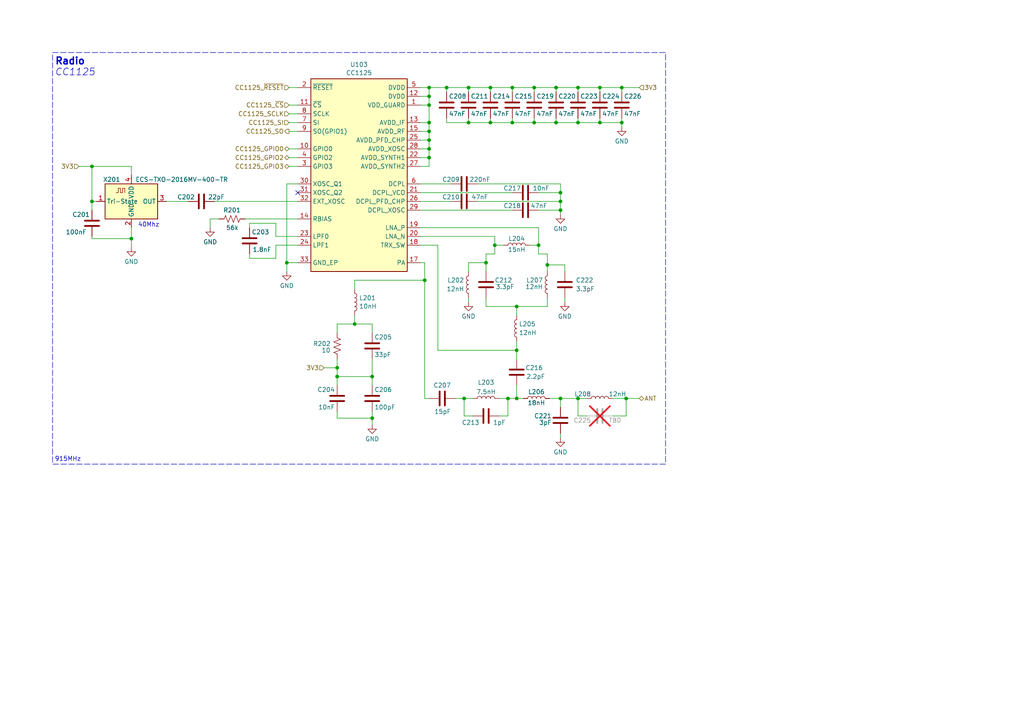
<source format=kicad_sch>
(kicad_sch (version 20230121) (generator eeschema)

  (uuid d221dcc4-3d89-4d33-81d5-2ecf26651364)

  (paper "A4")

  (title_block
    (title "Tracker-Radio")
    (date "2023-09-19")
    (rev "A")
    (comment 4 "Peter Giannetos")
  )

  (lib_symbols
    (symbol "Device:C" (pin_numbers hide) (pin_names (offset 0.254)) (in_bom yes) (on_board yes)
      (property "Reference" "C" (at 0.635 2.54 0)
        (effects (font (size 1.27 1.27)) (justify left))
      )
      (property "Value" "C" (at 0.635 -2.54 0)
        (effects (font (size 1.27 1.27)) (justify left))
      )
      (property "Footprint" "" (at 0.9652 -3.81 0)
        (effects (font (size 1.27 1.27)) hide)
      )
      (property "Datasheet" "~" (at 0 0 0)
        (effects (font (size 1.27 1.27)) hide)
      )
      (property "ki_keywords" "cap capacitor" (at 0 0 0)
        (effects (font (size 1.27 1.27)) hide)
      )
      (property "ki_description" "Unpolarized capacitor" (at 0 0 0)
        (effects (font (size 1.27 1.27)) hide)
      )
      (property "ki_fp_filters" "C_*" (at 0 0 0)
        (effects (font (size 1.27 1.27)) hide)
      )
      (symbol "C_0_1"
        (polyline
          (pts
            (xy -2.032 -0.762)
            (xy 2.032 -0.762)
          )
          (stroke (width 0.508) (type default))
          (fill (type none))
        )
        (polyline
          (pts
            (xy -2.032 0.762)
            (xy 2.032 0.762)
          )
          (stroke (width 0.508) (type default))
          (fill (type none))
        )
      )
      (symbol "C_1_1"
        (pin passive line (at 0 3.81 270) (length 2.794)
          (name "~" (effects (font (size 1.27 1.27))))
          (number "1" (effects (font (size 1.27 1.27))))
        )
        (pin passive line (at 0 -3.81 90) (length 2.794)
          (name "~" (effects (font (size 1.27 1.27))))
          (number "2" (effects (font (size 1.27 1.27))))
        )
      )
    )
    (symbol "Device:L" (pin_numbers hide) (pin_names (offset 1.016) hide) (in_bom yes) (on_board yes)
      (property "Reference" "L" (at -1.27 0 90)
        (effects (font (size 1.27 1.27)))
      )
      (property "Value" "L" (at 1.905 0 90)
        (effects (font (size 1.27 1.27)))
      )
      (property "Footprint" "" (at 0 0 0)
        (effects (font (size 1.27 1.27)) hide)
      )
      (property "Datasheet" "~" (at 0 0 0)
        (effects (font (size 1.27 1.27)) hide)
      )
      (property "ki_keywords" "inductor choke coil reactor magnetic" (at 0 0 0)
        (effects (font (size 1.27 1.27)) hide)
      )
      (property "ki_description" "Inductor" (at 0 0 0)
        (effects (font (size 1.27 1.27)) hide)
      )
      (property "ki_fp_filters" "Choke_* *Coil* Inductor_* L_*" (at 0 0 0)
        (effects (font (size 1.27 1.27)) hide)
      )
      (symbol "L_0_1"
        (arc (start 0 -2.54) (mid 0.6323 -1.905) (end 0 -1.27)
          (stroke (width 0) (type default))
          (fill (type none))
        )
        (arc (start 0 -1.27) (mid 0.6323 -0.635) (end 0 0)
          (stroke (width 0) (type default))
          (fill (type none))
        )
        (arc (start 0 0) (mid 0.6323 0.635) (end 0 1.27)
          (stroke (width 0) (type default))
          (fill (type none))
        )
        (arc (start 0 1.27) (mid 0.6323 1.905) (end 0 2.54)
          (stroke (width 0) (type default))
          (fill (type none))
        )
      )
      (symbol "L_1_1"
        (pin passive line (at 0 3.81 270) (length 1.27)
          (name "1" (effects (font (size 1.27 1.27))))
          (number "1" (effects (font (size 1.27 1.27))))
        )
        (pin passive line (at 0 -3.81 90) (length 1.27)
          (name "2" (effects (font (size 1.27 1.27))))
          (number "2" (effects (font (size 1.27 1.27))))
        )
      )
    )
    (symbol "Device:R_US" (pin_numbers hide) (pin_names (offset 0)) (in_bom yes) (on_board yes)
      (property "Reference" "R" (at 2.54 0 90)
        (effects (font (size 1.27 1.27)))
      )
      (property "Value" "R_US" (at -2.54 0 90)
        (effects (font (size 1.27 1.27)))
      )
      (property "Footprint" "" (at 1.016 -0.254 90)
        (effects (font (size 1.27 1.27)) hide)
      )
      (property "Datasheet" "~" (at 0 0 0)
        (effects (font (size 1.27 1.27)) hide)
      )
      (property "ki_keywords" "R res resistor" (at 0 0 0)
        (effects (font (size 1.27 1.27)) hide)
      )
      (property "ki_description" "Resistor, US symbol" (at 0 0 0)
        (effects (font (size 1.27 1.27)) hide)
      )
      (property "ki_fp_filters" "R_*" (at 0 0 0)
        (effects (font (size 1.27 1.27)) hide)
      )
      (symbol "R_US_0_1"
        (polyline
          (pts
            (xy 0 -2.286)
            (xy 0 -2.54)
          )
          (stroke (width 0) (type default))
          (fill (type none))
        )
        (polyline
          (pts
            (xy 0 2.286)
            (xy 0 2.54)
          )
          (stroke (width 0) (type default))
          (fill (type none))
        )
        (polyline
          (pts
            (xy 0 -0.762)
            (xy 1.016 -1.143)
            (xy 0 -1.524)
            (xy -1.016 -1.905)
            (xy 0 -2.286)
          )
          (stroke (width 0) (type default))
          (fill (type none))
        )
        (polyline
          (pts
            (xy 0 0.762)
            (xy 1.016 0.381)
            (xy 0 0)
            (xy -1.016 -0.381)
            (xy 0 -0.762)
          )
          (stroke (width 0) (type default))
          (fill (type none))
        )
        (polyline
          (pts
            (xy 0 2.286)
            (xy 1.016 1.905)
            (xy 0 1.524)
            (xy -1.016 1.143)
            (xy 0 0.762)
          )
          (stroke (width 0) (type default))
          (fill (type none))
        )
      )
      (symbol "R_US_1_1"
        (pin passive line (at 0 3.81 270) (length 1.27)
          (name "~" (effects (font (size 1.27 1.27))))
          (number "1" (effects (font (size 1.27 1.27))))
        )
        (pin passive line (at 0 -3.81 90) (length 1.27)
          (name "~" (effects (font (size 1.27 1.27))))
          (number "2" (effects (font (size 1.27 1.27))))
        )
      )
    )
    (symbol "Oscillator:ECS-2520MV-xxx-xx" (in_bom yes) (on_board yes)
      (property "Reference" "X" (at -5.08 6.35 0)
        (effects (font (size 1.27 1.27)) (justify left))
      )
      (property "Value" "ECS-2520MV-xxx-xx" (at 1.27 -6.35 0)
        (effects (font (size 1.27 1.27)) (justify left))
      )
      (property "Footprint" "Oscillator:Oscillator_SMD_ECS_2520MV-xxx-xx-4Pin_2.5x2.0mm" (at 11.43 -8.89 0)
        (effects (font (size 1.27 1.27)) hide)
      )
      (property "Datasheet" "https://www.ecsxtal.com/store/pdf/ECS-2520MV.pdf" (at -4.445 3.175 0)
        (effects (font (size 1.27 1.27)) hide)
      )
      (property "ki_keywords" "Crystal Clock Oscillator ECS SMD" (at 0 0 0)
        (effects (font (size 1.27 1.27)) hide)
      )
      (property "ki_description" "HCMOS Crystal Clock Oscillator, 2.5x2.0 mm SMD" (at 0 0 0)
        (effects (font (size 1.27 1.27)) hide)
      )
      (property "ki_fp_filters" "Oscillator*SMD*ECS*2520MV*2.5x2.0mm*" (at 0 0 0)
        (effects (font (size 1.27 1.27)) hide)
      )
      (symbol "ECS-2520MV-xxx-xx_0_1"
        (rectangle (start -7.62 5.08) (end 7.62 -5.08)
          (stroke (width 0.254) (type default))
          (fill (type background))
        )
        (polyline
          (pts
            (xy -4.445 2.54)
            (xy -3.81 2.54)
            (xy -3.81 3.81)
            (xy -3.175 3.81)
            (xy -3.175 2.54)
            (xy -2.54 2.54)
            (xy -2.54 3.81)
            (xy -1.905 3.81)
            (xy -1.905 2.54)
          )
          (stroke (width 0) (type default))
          (fill (type none))
        )
      )
      (symbol "ECS-2520MV-xxx-xx_1_1"
        (pin input line (at -10.16 0 0) (length 2.54)
          (name "Tri-State" (effects (font (size 1.27 1.27))))
          (number "1" (effects (font (size 1.27 1.27))))
        )
        (pin power_in line (at 0 -7.62 90) (length 2.54)
          (name "GND" (effects (font (size 1.27 1.27))))
          (number "2" (effects (font (size 1.27 1.27))))
        )
        (pin output line (at 10.16 0 180) (length 2.54)
          (name "OUT" (effects (font (size 1.27 1.27))))
          (number "3" (effects (font (size 1.27 1.27))))
        )
        (pin power_in line (at 0 7.62 270) (length 2.54)
          (name "VDD" (effects (font (size 1.27 1.27))))
          (number "4" (effects (font (size 1.27 1.27))))
        )
      )
    )
    (symbol "RF_Transceivers_Texas:CC1125" (in_bom yes) (on_board yes)
      (property "Reference" "U201" (at 0 32.0843 0)
        (effects (font (size 1.27 1.27)))
      )
      (property "Value" "CC1125" (at 0 29.6601 0)
        (effects (font (size 1.27 1.27)))
      )
      (property "Footprint" "Package_DFN_QFN:VQFN-32-1EP_5x5mm_P0.5mm_EP3.5x3.5mm_ThermalVias" (at 0 0 0)
        (effects (font (size 1.27 1.27)) hide)
      )
      (property "Datasheet" "https://www.ti.com/lit/ds/symlink/cc1125.pdf" (at 0 0 0)
        (effects (font (size 1.27 1.27)) hide)
      )
      (property "ki_keywords" "Ultra Narrowband RF Transceiver RF TX" (at 0 0 0)
        (effects (font (size 1.27 1.27)) hide)
      )
      (property "ki_description" "Ultra-High Performance RF Narrowband Transceiver" (at 0 0 0)
        (effects (font (size 1.27 1.27)) hide)
      )
      (symbol "CC1125_0_1"
        (rectangle (start -13.97 27.94) (end 13.97 -27.94)
          (stroke (width 0.254) (type default))
          (fill (type background))
        )
      )
      (symbol "CC1125_1_0"
        (pin no_connect line (at 0 -30.48 90) (length 2.54) hide
          (name "N.C." (effects (font (size 1.27 1.27))))
          (number "16" (effects (font (size 1.27 1.27))))
        )
      )
      (symbol "CC1125_1_1"
        (pin power_in line (at 17.78 20.32 180) (length 3.81)
          (name "VDD_GUARD" (effects (font (size 1.27 1.27))))
          (number "1" (effects (font (size 1.27 1.27))))
        )
        (pin bidirectional line (at -17.78 7.62 0) (length 3.81)
          (name "GPIO0" (effects (font (size 1.27 1.27))))
          (number "10" (effects (font (size 1.27 1.27))))
        )
        (pin input line (at -17.78 20.32 0) (length 3.81)
          (name "~{CS}" (effects (font (size 1.27 1.27))))
          (number "11" (effects (font (size 1.27 1.27))))
        )
        (pin power_in line (at 17.78 22.86 180) (length 3.81)
          (name "DVDD" (effects (font (size 1.27 1.27))))
          (number "12" (effects (font (size 1.27 1.27))))
        )
        (pin power_in line (at 17.78 15.24 180) (length 3.81)
          (name "AVDD_IF" (effects (font (size 1.27 1.27))))
          (number "13" (effects (font (size 1.27 1.27))))
        )
        (pin passive line (at -17.78 -12.7 0) (length 3.81)
          (name "RBIAS" (effects (font (size 1.27 1.27))))
          (number "14" (effects (font (size 1.27 1.27))))
        )
        (pin power_in line (at 17.78 12.7 180) (length 3.81)
          (name "AVDD_RF" (effects (font (size 1.27 1.27))))
          (number "15" (effects (font (size 1.27 1.27))))
        )
        (pin passive line (at 17.78 -25.4 180) (length 3.81)
          (name "PA" (effects (font (size 1.27 1.27))))
          (number "17" (effects (font (size 1.27 1.27))))
        )
        (pin passive line (at 17.78 -20.32 180) (length 3.81)
          (name "TRX_SW" (effects (font (size 1.27 1.27))))
          (number "18" (effects (font (size 1.27 1.27))))
        )
        (pin passive line (at 17.78 -15.24 180) (length 3.81)
          (name "LNA_P" (effects (font (size 1.27 1.27))))
          (number "19" (effects (font (size 1.27 1.27))))
        )
        (pin input line (at -17.78 25.4 0) (length 3.81)
          (name "~{RESET}" (effects (font (size 1.27 1.27))))
          (number "2" (effects (font (size 1.27 1.27))))
        )
        (pin passive line (at 17.78 -17.78 180) (length 3.81)
          (name "LNA_N" (effects (font (size 1.27 1.27))))
          (number "20" (effects (font (size 1.27 1.27))))
        )
        (pin power_out line (at 17.78 -5.08 180) (length 3.81)
          (name "DCPL_VCO" (effects (font (size 1.27 1.27))))
          (number "21" (effects (font (size 1.27 1.27))))
        )
        (pin power_in line (at 17.78 5.08 180) (length 3.81)
          (name "AVDD_SYNTH1" (effects (font (size 1.27 1.27))))
          (number "22" (effects (font (size 1.27 1.27))))
        )
        (pin passive line (at -17.78 -17.78 0) (length 3.81)
          (name "LPF0" (effects (font (size 1.27 1.27))))
          (number "23" (effects (font (size 1.27 1.27))))
        )
        (pin passive line (at -17.78 -20.32 0) (length 3.81)
          (name "LPF1" (effects (font (size 1.27 1.27))))
          (number "24" (effects (font (size 1.27 1.27))))
        )
        (pin power_in line (at 17.78 10.16 180) (length 3.81)
          (name "AVDD_PFD_CHP" (effects (font (size 1.27 1.27))))
          (number "25" (effects (font (size 1.27 1.27))))
        )
        (pin power_out line (at 17.78 -7.62 180) (length 3.81)
          (name "DCPL_PFD_CHP" (effects (font (size 1.27 1.27))))
          (number "26" (effects (font (size 1.27 1.27))))
        )
        (pin power_in line (at 17.78 2.54 180) (length 3.81)
          (name "AVDD_SYNTH2" (effects (font (size 1.27 1.27))))
          (number "27" (effects (font (size 1.27 1.27))))
        )
        (pin power_in line (at 17.78 7.62 180) (length 3.81)
          (name "AVDD_XOSC" (effects (font (size 1.27 1.27))))
          (number "28" (effects (font (size 1.27 1.27))))
        )
        (pin power_out line (at 17.78 -10.16 180) (length 3.81)
          (name "DCPL_XOSC" (effects (font (size 1.27 1.27))))
          (number "29" (effects (font (size 1.27 1.27))))
        )
        (pin bidirectional line (at -17.78 2.54 0) (length 3.81)
          (name "GPIO3" (effects (font (size 1.27 1.27))))
          (number "3" (effects (font (size 1.27 1.27))))
        )
        (pin passive line (at -17.78 -2.54 0) (length 3.81)
          (name "XOSC_Q1" (effects (font (size 1.27 1.27))))
          (number "30" (effects (font (size 1.27 1.27))))
        )
        (pin passive line (at -17.78 -5.08 0) (length 3.81)
          (name "XOSC_Q2" (effects (font (size 1.27 1.27))))
          (number "31" (effects (font (size 1.27 1.27))))
        )
        (pin input line (at -17.78 -7.62 0) (length 3.81)
          (name "EXT_XOSC" (effects (font (size 1.27 1.27))))
          (number "32" (effects (font (size 1.27 1.27))))
        )
        (pin power_in line (at -17.78 -25.4 0) (length 3.81)
          (name "GND_EP" (effects (font (size 1.27 1.27))))
          (number "33" (effects (font (size 1.27 1.27))))
        )
        (pin bidirectional line (at -17.78 5.08 0) (length 3.81)
          (name "GPIO2" (effects (font (size 1.27 1.27))))
          (number "4" (effects (font (size 1.27 1.27))))
        )
        (pin power_in line (at 17.78 25.4 180) (length 3.81)
          (name "DVDD" (effects (font (size 1.27 1.27))))
          (number "5" (effects (font (size 1.27 1.27))))
        )
        (pin power_out line (at 17.78 -2.54 180) (length 3.81)
          (name "DCPL" (effects (font (size 1.27 1.27))))
          (number "6" (effects (font (size 1.27 1.27))))
        )
        (pin input line (at -17.78 15.24 0) (length 3.81)
          (name "SI" (effects (font (size 1.27 1.27))))
          (number "7" (effects (font (size 1.27 1.27))))
        )
        (pin input line (at -17.78 17.78 0) (length 3.81)
          (name "SCLK" (effects (font (size 1.27 1.27))))
          (number "8" (effects (font (size 1.27 1.27))))
        )
        (pin bidirectional line (at -17.78 12.7 0) (length 3.81)
          (name "SO(GPIO1)" (effects (font (size 1.27 1.27))))
          (number "9" (effects (font (size 1.27 1.27))))
        )
      )
    )
    (symbol "power:GND" (power) (pin_names (offset 0)) (in_bom yes) (on_board yes)
      (property "Reference" "#PWR" (at 0 -6.35 0)
        (effects (font (size 1.27 1.27)) hide)
      )
      (property "Value" "GND" (at 0 -3.81 0)
        (effects (font (size 1.27 1.27)))
      )
      (property "Footprint" "" (at 0 0 0)
        (effects (font (size 1.27 1.27)) hide)
      )
      (property "Datasheet" "" (at 0 0 0)
        (effects (font (size 1.27 1.27)) hide)
      )
      (property "ki_keywords" "global power" (at 0 0 0)
        (effects (font (size 1.27 1.27)) hide)
      )
      (property "ki_description" "Power symbol creates a global label with name \"GND\" , ground" (at 0 0 0)
        (effects (font (size 1.27 1.27)) hide)
      )
      (symbol "GND_0_1"
        (polyline
          (pts
            (xy 0 0)
            (xy 0 -1.27)
            (xy 1.27 -1.27)
            (xy 0 -2.54)
            (xy -1.27 -1.27)
            (xy 0 -1.27)
          )
          (stroke (width 0) (type default))
          (fill (type none))
        )
      )
      (symbol "GND_1_1"
        (pin power_in line (at 0 0 270) (length 0) hide
          (name "GND" (effects (font (size 1.27 1.27))))
          (number "1" (effects (font (size 1.27 1.27))))
        )
      )
    )
  )

  (junction (at 154.94 35.56) (diameter 0) (color 0 0 0 0)
    (uuid 06a82ab7-c2ca-431e-8b7c-49cbf343f5d5)
  )
  (junction (at 97.79 106.68) (diameter 0) (color 0 0 0 0)
    (uuid 07475f75-e6df-4bfa-a118-b32e10b47cbb)
  )
  (junction (at 123.19 81.28) (diameter 0) (color 0 0 0 0)
    (uuid 0b0c36c0-644d-4b46-b00b-86561933b0e9)
  )
  (junction (at 135.89 25.4) (diameter 0) (color 0 0 0 0)
    (uuid 0e45e14c-fb07-4bb9-869e-d922562d02c0)
  )
  (junction (at 149.86 88.9) (diameter 0) (color 0 0 0 0)
    (uuid 0e739915-7d29-4880-baac-cf1fb1016538)
  )
  (junction (at 135.89 35.56) (diameter 0) (color 0 0 0 0)
    (uuid 11a98eca-826f-4838-a9a3-862c1065eed7)
  )
  (junction (at 181.61 115.57) (diameter 0) (color 0 0 0 0)
    (uuid 1abe7efd-009c-4da4-9fd7-98520853e77c)
  )
  (junction (at 124.46 25.4) (diameter 0) (color 0 0 0 0)
    (uuid 1d00ac25-ae48-49af-8069-d61db02bf96e)
  )
  (junction (at 107.95 121.285) (diameter 0) (color 0 0 0 0)
    (uuid 220ea12b-4396-450a-81cc-262c5775dd7a)
  )
  (junction (at 102.87 93.98) (diameter 0) (color 0 0 0 0)
    (uuid 23374664-0688-4933-b7f5-357f0eff2f50)
  )
  (junction (at 167.64 35.56) (diameter 0) (color 0 0 0 0)
    (uuid 2e2eb2ac-b889-40be-8b66-ebf77405c292)
  )
  (junction (at 149.86 101.6) (diameter 0) (color 0 0 0 0)
    (uuid 30cec541-1620-4b2d-94a9-f37f658913c1)
  )
  (junction (at 149.86 115.57) (diameter 0) (color 0 0 0 0)
    (uuid 32bfb86a-a151-4288-bc25-8a0839548e67)
  )
  (junction (at 148.59 35.56) (diameter 0) (color 0 0 0 0)
    (uuid 3964d48f-950a-4247-920f-d1c04f999a49)
  )
  (junction (at 143.51 71.12) (diameter 0) (color 0 0 0 0)
    (uuid 414dc30d-8c8d-4462-b209-12b2eecba8b1)
  )
  (junction (at 167.64 25.4) (diameter 0) (color 0 0 0 0)
    (uuid 4264d533-d9c5-4b61-a4d6-d5ac01bfd1a5)
  )
  (junction (at 124.46 43.18) (diameter 0) (color 0 0 0 0)
    (uuid 449026a8-dea2-4411-9c7e-d1368b3bc51f)
  )
  (junction (at 180.34 25.4) (diameter 0) (color 0 0 0 0)
    (uuid 4765a1d2-a746-4c55-978f-6924e229a930)
  )
  (junction (at 142.24 25.4) (diameter 0) (color 0 0 0 0)
    (uuid 489441f0-95ec-4b00-a71c-9fa62246ef7c)
  )
  (junction (at 124.46 38.1) (diameter 0) (color 0 0 0 0)
    (uuid 53854b2d-bfec-413e-8429-e33a435e609c)
  )
  (junction (at 26.67 58.42) (diameter 0) (color 0 0 0 0)
    (uuid 629b8296-8f3f-4ec9-8f3e-2dc1a432e53e)
  )
  (junction (at 148.59 25.4) (diameter 0) (color 0 0 0 0)
    (uuid 65144db6-9c0f-417f-a72c-f1168e25c99b)
  )
  (junction (at 158.75 76.835) (diameter 0) (color 0 0 0 0)
    (uuid 6a943a6c-b30b-49fa-9e4f-575d148e20d3)
  )
  (junction (at 134.62 115.57) (diameter 0) (color 0 0 0 0)
    (uuid 6dc2d697-4823-4a9e-9eee-07583e5da856)
  )
  (junction (at 147.32 115.57) (diameter 0) (color 0 0 0 0)
    (uuid 6e0152b5-17e3-48b9-aa68-2d7e589f9432)
  )
  (junction (at 162.56 58.42) (diameter 0) (color 0 0 0 0)
    (uuid 6eea2e7e-1c62-469d-9844-eb03c15c495d)
  )
  (junction (at 38.1 69.215) (diameter 0) (color 0 0 0 0)
    (uuid 729db537-278a-44ba-98a2-108317f3089d)
  )
  (junction (at 173.99 35.56) (diameter 0) (color 0 0 0 0)
    (uuid 7514965a-de9d-4c70-b33c-b29302c8b0d1)
  )
  (junction (at 142.24 35.56) (diameter 0) (color 0 0 0 0)
    (uuid 7d8f8707-8f46-4aa5-a119-bf17b78f2a46)
  )
  (junction (at 124.46 40.64) (diameter 0) (color 0 0 0 0)
    (uuid 7f815aaf-fd79-4adc-b9a0-29d31349ac83)
  )
  (junction (at 26.67 48.26) (diameter 0) (color 0 0 0 0)
    (uuid 80134f1f-304c-4917-9a24-4715e1c13516)
  )
  (junction (at 161.29 25.4) (diameter 0) (color 0 0 0 0)
    (uuid 9a8c1476-2fb0-4843-a060-2cb8d3228455)
  )
  (junction (at 162.56 115.57) (diameter 0) (color 0 0 0 0)
    (uuid 9b4ec184-ac92-45e8-bb35-c1c8c88509ae)
  )
  (junction (at 83.185 76.2) (diameter 0) (color 0 0 0 0)
    (uuid 9f63e02e-11ac-4544-8ccb-be9363b43155)
  )
  (junction (at 124.46 30.48) (diameter 0) (color 0 0 0 0)
    (uuid a89990a5-1bb9-46da-a7d2-fd2a34789909)
  )
  (junction (at 140.97 76.2) (diameter 0) (color 0 0 0 0)
    (uuid a928e663-0b50-471e-9c4a-54d89069a63b)
  )
  (junction (at 129.54 25.4) (diameter 0) (color 0 0 0 0)
    (uuid acc5ecd0-bc67-44d7-bab7-cec53b1bca9b)
  )
  (junction (at 162.56 55.88) (diameter 0) (color 0 0 0 0)
    (uuid b4710dea-c649-45cc-bd5c-546df04b9aee)
  )
  (junction (at 161.29 35.56) (diameter 0) (color 0 0 0 0)
    (uuid c89d7757-a815-462e-8026-9057ca5ee2a7)
  )
  (junction (at 124.46 35.56) (diameter 0) (color 0 0 0 0)
    (uuid c8f4d9cd-ca40-4cf3-8595-5fc83aec9e3a)
  )
  (junction (at 162.56 60.96) (diameter 0) (color 0 0 0 0)
    (uuid cbb4185d-99cc-44a9-a82f-62040d31a2c8)
  )
  (junction (at 180.34 35.56) (diameter 0) (color 0 0 0 0)
    (uuid cf768d18-4e4d-4cd2-80df-3b7892fd6e7a)
  )
  (junction (at 124.46 45.72) (diameter 0) (color 0 0 0 0)
    (uuid cff9f752-a361-421a-ac39-87193bfce93c)
  )
  (junction (at 156.21 71.12) (diameter 0) (color 0 0 0 0)
    (uuid d4efa90f-915a-43c3-9682-2e412d5e7c9f)
  )
  (junction (at 173.99 25.4) (diameter 0) (color 0 0 0 0)
    (uuid edf72285-9c69-414e-bb6b-bc0cef45fdba)
  )
  (junction (at 124.46 27.94) (diameter 0) (color 0 0 0 0)
    (uuid ee2d70a3-f6bd-40e1-a749-8055f58e424c)
  )
  (junction (at 107.95 109.22) (diameter 0) (color 0 0 0 0)
    (uuid f12c172b-b2b4-4028-a42f-9995d26cdb4c)
  )
  (junction (at 167.64 115.57) (diameter 0) (color 0 0 0 0)
    (uuid f572bc76-fe93-42f7-b5ab-241f01506dfc)
  )
  (junction (at 154.94 25.4) (diameter 0) (color 0 0 0 0)
    (uuid fb749562-3ae6-4494-a058-05621318c05f)
  )
  (junction (at 97.79 109.22) (diameter 0) (color 0 0 0 0)
    (uuid fe47c4a2-f6c1-46e4-b107-ceaae652e596)
  )

  (no_connect (at 86.36 55.88) (uuid 5949459c-9a3a-46af-aeac-2b827775f3f4))

  (wire (pts (xy 161.29 26.67) (xy 161.29 25.4))
    (stroke (width 0) (type default))
    (uuid 0207f9a7-12b6-4f3e-a007-66797037640d)
  )
  (wire (pts (xy 121.92 35.56) (xy 124.46 35.56))
    (stroke (width 0) (type default))
    (uuid 0397ccc7-126f-4c87-9fab-85f727312ad8)
  )
  (wire (pts (xy 156.21 73.66) (xy 158.75 73.66))
    (stroke (width 0) (type default))
    (uuid 03e68c01-f26d-4fa9-96e4-49b778d9174b)
  )
  (wire (pts (xy 83.82 35.56) (xy 86.36 35.56))
    (stroke (width 0) (type default))
    (uuid 07b226fc-5308-4fcc-b69e-2762970e7c5f)
  )
  (wire (pts (xy 129.54 34.29) (xy 129.54 35.56))
    (stroke (width 0) (type default))
    (uuid 0cc78bfd-afe0-4804-b8b5-1c1f84ba0398)
  )
  (wire (pts (xy 147.32 115.57) (xy 144.78 115.57))
    (stroke (width 0) (type default))
    (uuid 0d292548-189a-4b4f-a7d4-52c4893071a1)
  )
  (wire (pts (xy 154.94 25.4) (xy 148.59 25.4))
    (stroke (width 0) (type default))
    (uuid 0f88d51b-d7ca-4ed2-8495-b631bdcf553d)
  )
  (wire (pts (xy 124.46 40.64) (xy 124.46 43.18))
    (stroke (width 0) (type default))
    (uuid 11b6897c-1919-401f-9a6e-7b577c0b42dc)
  )
  (wire (pts (xy 149.86 111.76) (xy 149.86 115.57))
    (stroke (width 0) (type default))
    (uuid 16a3a2cc-1da4-4399-9ce5-3d1872b36edc)
  )
  (wire (pts (xy 142.24 35.56) (xy 142.24 34.29))
    (stroke (width 0) (type default))
    (uuid 17ec92a7-77fe-47f6-9e1f-a55a397ee89d)
  )
  (wire (pts (xy 27.94 58.42) (xy 26.67 58.42))
    (stroke (width 0) (type default))
    (uuid 1aace304-c58d-457e-ae26-ba76a62bc52b)
  )
  (wire (pts (xy 127 101.6) (xy 149.86 101.6))
    (stroke (width 0) (type default))
    (uuid 1b014058-84d4-4d2f-9643-579b32e57c7a)
  )
  (wire (pts (xy 173.99 35.56) (xy 180.34 35.56))
    (stroke (width 0) (type default))
    (uuid 1c6de4f7-c60e-4d35-9be3-e971d9befffa)
  )
  (wire (pts (xy 72.39 74.93) (xy 72.39 73.66))
    (stroke (width 0) (type default))
    (uuid 1cc6baff-d63c-42f8-aede-3c800d4c9b8b)
  )
  (wire (pts (xy 83.82 45.72) (xy 86.36 45.72))
    (stroke (width 0) (type default))
    (uuid 2101e7bc-0a7a-4774-8166-3e33c452a108)
  )
  (wire (pts (xy 140.97 73.66) (xy 143.51 73.66))
    (stroke (width 0) (type default))
    (uuid 2108b619-894d-46d6-85a1-5bb71e516c6e)
  )
  (wire (pts (xy 83.82 43.18) (xy 86.36 43.18))
    (stroke (width 0) (type default))
    (uuid 2154ebba-4497-4bed-8901-318c08075e32)
  )
  (wire (pts (xy 148.59 35.56) (xy 148.59 34.29))
    (stroke (width 0) (type default))
    (uuid 218be7ef-73a1-48e7-a654-b81002ed326f)
  )
  (wire (pts (xy 142.24 26.67) (xy 142.24 25.4))
    (stroke (width 0) (type default))
    (uuid 21fe3502-18f8-4e1c-9762-a618270c8c27)
  )
  (wire (pts (xy 163.83 76.835) (xy 163.83 78.74))
    (stroke (width 0) (type default))
    (uuid 22288743-7cea-4927-b87d-427c9af5b31e)
  )
  (wire (pts (xy 159.385 115.57) (xy 162.56 115.57))
    (stroke (width 0) (type default))
    (uuid 241218be-2103-452c-884f-c439492efe83)
  )
  (wire (pts (xy 149.86 115.57) (xy 151.765 115.57))
    (stroke (width 0) (type default))
    (uuid 252316a4-34ff-49ea-8ac4-8554a53e361d)
  )
  (wire (pts (xy 97.79 109.22) (xy 107.95 109.22))
    (stroke (width 0) (type default))
    (uuid 25579dea-3bfd-443e-83ca-7dbaa6aa9a85)
  )
  (wire (pts (xy 134.62 120.65) (xy 137.16 120.65))
    (stroke (width 0) (type default))
    (uuid 255c1969-d0cd-4866-983f-cf6f86386ff7)
  )
  (wire (pts (xy 140.97 86.36) (xy 140.97 88.9))
    (stroke (width 0) (type default))
    (uuid 2661e59a-8297-4dce-be38-5d6427bb3e37)
  )
  (wire (pts (xy 142.24 25.4) (xy 148.59 25.4))
    (stroke (width 0) (type default))
    (uuid 2682ff64-e515-4ef5-a344-237b4398a690)
  )
  (wire (pts (xy 135.89 35.56) (xy 142.24 35.56))
    (stroke (width 0) (type default))
    (uuid 26f157aa-6a84-4bed-b165-fa4eb9568d2d)
  )
  (wire (pts (xy 154.94 26.67) (xy 154.94 25.4))
    (stroke (width 0) (type default))
    (uuid 2727ba10-edd9-4afa-8901-d9d394cc7692)
  )
  (wire (pts (xy 26.67 69.215) (xy 38.1 69.215))
    (stroke (width 0) (type default))
    (uuid 27a1800a-30ca-450d-bd61-4445ee4e4c28)
  )
  (wire (pts (xy 127 71.12) (xy 121.92 71.12))
    (stroke (width 0) (type default))
    (uuid 2aea51ca-f522-42c4-b36e-c2bca9a17d8d)
  )
  (wire (pts (xy 80.01 74.93) (xy 80.01 71.12))
    (stroke (width 0) (type default))
    (uuid 2d09fec6-e4a4-48cc-9483-bbcedb2487c4)
  )
  (wire (pts (xy 158.75 76.835) (xy 158.75 78.74))
    (stroke (width 0) (type default))
    (uuid 2fbd797e-aa8e-4031-9bc5-7319aa1bc795)
  )
  (wire (pts (xy 97.79 119.38) (xy 97.79 121.285))
    (stroke (width 0) (type default))
    (uuid 31ecf8a2-f5bd-49e1-85c2-c55a08ee3c77)
  )
  (wire (pts (xy 72.39 64.77) (xy 72.39 66.04))
    (stroke (width 0) (type default))
    (uuid 3369dac3-68ad-488d-a646-1c71594ae896)
  )
  (wire (pts (xy 138.43 53.34) (xy 162.56 53.34))
    (stroke (width 0) (type default))
    (uuid 346ef909-a940-4353-b71d-7924a2314eac)
  )
  (wire (pts (xy 124.46 25.4) (xy 129.54 25.4))
    (stroke (width 0) (type default))
    (uuid 35f113ba-c8c3-47bb-b96e-536dd70f9da8)
  )
  (wire (pts (xy 142.24 35.56) (xy 148.59 35.56))
    (stroke (width 0) (type default))
    (uuid 37c73019-0d48-41fa-821e-3715452739a9)
  )
  (wire (pts (xy 97.79 106.68) (xy 97.79 109.22))
    (stroke (width 0) (type default))
    (uuid 3acd0e59-6347-4bbe-a5d4-13fa4a447eb6)
  )
  (wire (pts (xy 124.46 48.26) (xy 121.92 48.26))
    (stroke (width 0) (type default))
    (uuid 3cbd4694-4575-4d2f-95e0-da408a0fd3f3)
  )
  (wire (pts (xy 158.75 73.66) (xy 158.75 76.835))
    (stroke (width 0) (type default))
    (uuid 407320f8-36d5-4833-a7af-7327b304a4ae)
  )
  (wire (pts (xy 135.89 35.56) (xy 135.89 34.29))
    (stroke (width 0) (type default))
    (uuid 40fdc67c-a036-4ad0-8f8b-6820de3b1899)
  )
  (wire (pts (xy 149.86 101.6) (xy 149.86 104.14))
    (stroke (width 0) (type default))
    (uuid 42963c91-d38d-43f6-8693-77d523ebe1b5)
  )
  (wire (pts (xy 123.19 115.57) (xy 124.46 115.57))
    (stroke (width 0) (type default))
    (uuid 43750f57-986c-4168-a58b-5ff4e6502ae8)
  )
  (wire (pts (xy 124.46 25.4) (xy 124.46 27.94))
    (stroke (width 0) (type default))
    (uuid 4529b0b9-4037-4971-b10e-05ef235f47d5)
  )
  (wire (pts (xy 121.92 53.34) (xy 130.81 53.34))
    (stroke (width 0) (type default))
    (uuid 45c92b92-4599-4b4a-a0f7-241e47f0aa99)
  )
  (wire (pts (xy 83.82 38.1) (xy 86.36 38.1))
    (stroke (width 0) (type default))
    (uuid 4609c800-0ae2-4ca7-9b0e-b94af093d19c)
  )
  (wire (pts (xy 83.185 78.74) (xy 83.185 76.2))
    (stroke (width 0) (type default))
    (uuid 4c3e54e3-6144-4ca1-bce8-5ff898a3ac8c)
  )
  (wire (pts (xy 121.92 40.64) (xy 124.46 40.64))
    (stroke (width 0) (type default))
    (uuid 4c7fa72c-0305-4778-94b8-105186107681)
  )
  (wire (pts (xy 135.89 86.36) (xy 135.89 87.63))
    (stroke (width 0) (type default))
    (uuid 4ddfe9bb-3d01-459b-a79e-9553163d197e)
  )
  (wire (pts (xy 60.96 66.04) (xy 60.96 63.5))
    (stroke (width 0) (type default))
    (uuid 4f00f4e8-698e-443c-a344-3ad3ea41df3c)
  )
  (wire (pts (xy 177.8 120.65) (xy 181.61 120.65))
    (stroke (width 0) (type default))
    (uuid 4f4979f3-676b-4d21-be10-5d9d8a74d5f3)
  )
  (wire (pts (xy 60.96 63.5) (xy 63.5 63.5))
    (stroke (width 0) (type default))
    (uuid 5074d69e-99d4-4110-a336-e2c931dfd302)
  )
  (wire (pts (xy 161.29 35.56) (xy 161.29 34.29))
    (stroke (width 0) (type default))
    (uuid 509ac844-2683-43af-8da5-e52f7bb3c0ae)
  )
  (wire (pts (xy 162.56 55.88) (xy 162.56 58.42))
    (stroke (width 0) (type default))
    (uuid 50ea9f69-d063-4d02-b34c-7a330003022f)
  )
  (wire (pts (xy 167.64 115.57) (xy 170.18 115.57))
    (stroke (width 0) (type default))
    (uuid 50ee98ad-485a-49b2-aa25-a35ebf97179f)
  )
  (wire (pts (xy 121.92 27.94) (xy 124.46 27.94))
    (stroke (width 0) (type default))
    (uuid 541d4fe6-7392-4e52-971a-ecec0518ba77)
  )
  (wire (pts (xy 162.56 53.34) (xy 162.56 55.88))
    (stroke (width 0) (type default))
    (uuid 54f9b331-2ea0-44c8-8206-3efb23d60c13)
  )
  (wire (pts (xy 144.78 120.65) (xy 147.32 120.65))
    (stroke (width 0) (type default))
    (uuid 559828e1-85e5-4afe-a70f-b844b56eb038)
  )
  (wire (pts (xy 38.1 69.215) (xy 38.1 71.755))
    (stroke (width 0) (type default))
    (uuid 56075333-3e20-4425-9f34-8d3d369acd18)
  )
  (wire (pts (xy 80.01 64.77) (xy 72.39 64.77))
    (stroke (width 0) (type default))
    (uuid 59b47c82-d875-48b7-98d7-e089b41fb50c)
  )
  (wire (pts (xy 158.75 88.9) (xy 158.75 86.36))
    (stroke (width 0) (type default))
    (uuid 5a13e58e-2315-483d-935e-815ba86a20f1)
  )
  (wire (pts (xy 143.51 71.12) (xy 146.05 71.12))
    (stroke (width 0) (type default))
    (uuid 5b0c3043-9d22-42e6-adae-3fe59ee15f93)
  )
  (wire (pts (xy 127 71.12) (xy 127 101.6))
    (stroke (width 0) (type default))
    (uuid 5bb2bd5f-1e67-4d9b-8011-ffe88cb1ec26)
  )
  (wire (pts (xy 123.19 76.2) (xy 121.92 76.2))
    (stroke (width 0) (type default))
    (uuid 5c1a6f6b-e043-48c9-b2cd-15d641952c5b)
  )
  (wire (pts (xy 167.64 35.56) (xy 173.99 35.56))
    (stroke (width 0) (type default))
    (uuid 5c54a49c-ab65-4fc2-97d2-42f199fc8ebf)
  )
  (wire (pts (xy 147.32 115.57) (xy 149.86 115.57))
    (stroke (width 0) (type default))
    (uuid 5f163016-6c90-47c6-9ff2-eed96bcf38ff)
  )
  (wire (pts (xy 80.01 71.12) (xy 86.36 71.12))
    (stroke (width 0) (type default))
    (uuid 6131bc0a-02d4-4f08-ac9c-ff12dfff1683)
  )
  (wire (pts (xy 149.86 88.9) (xy 158.75 88.9))
    (stroke (width 0) (type default))
    (uuid 61c3b6d8-8750-43c7-879e-b80f664a225f)
  )
  (wire (pts (xy 148.59 26.67) (xy 148.59 25.4))
    (stroke (width 0) (type default))
    (uuid 6226b2e8-969c-404c-88d0-89199e22527c)
  )
  (wire (pts (xy 124.46 43.18) (xy 124.46 45.72))
    (stroke (width 0) (type default))
    (uuid 6229491c-5248-4fa1-a7bb-56c71e221125)
  )
  (wire (pts (xy 26.67 58.42) (xy 26.67 60.96))
    (stroke (width 0) (type default))
    (uuid 626e622a-783c-47a1-8596-ccd1e81d1ddf)
  )
  (wire (pts (xy 83.185 76.2) (xy 86.36 76.2))
    (stroke (width 0) (type default))
    (uuid 62cccd36-afc2-4d84-940d-5a3c6fae4b7f)
  )
  (wire (pts (xy 102.87 81.28) (xy 123.19 81.28))
    (stroke (width 0) (type default))
    (uuid 631729e4-edc5-4bc0-9883-59b1f0d85bbd)
  )
  (wire (pts (xy 147.32 120.65) (xy 147.32 115.57))
    (stroke (width 0) (type default))
    (uuid 64b2fd6f-5a33-459b-8084-acc1911bbfd4)
  )
  (wire (pts (xy 83.185 53.34) (xy 86.36 53.34))
    (stroke (width 0) (type default))
    (uuid 64c95785-e64d-4cab-8ada-93fe30839efe)
  )
  (wire (pts (xy 124.46 30.48) (xy 124.46 35.56))
    (stroke (width 0) (type default))
    (uuid 676a3d68-c18b-49a4-a5c4-b9d3c86d0cc0)
  )
  (wire (pts (xy 124.46 27.94) (xy 124.46 30.48))
    (stroke (width 0) (type default))
    (uuid 67d200ca-7b23-479e-be15-9a48e5acee13)
  )
  (wire (pts (xy 107.95 109.22) (xy 107.95 111.76))
    (stroke (width 0) (type default))
    (uuid 69d08f93-ec3f-45d6-bf21-3d5874b3a7ad)
  )
  (wire (pts (xy 102.87 93.98) (xy 107.95 93.98))
    (stroke (width 0) (type default))
    (uuid 6b9e2dd5-eb2c-48ef-98b9-b725d1302890)
  )
  (wire (pts (xy 97.79 93.98) (xy 102.87 93.98))
    (stroke (width 0) (type default))
    (uuid 6c478160-615f-4e1a-bae3-9b5ff4c08ffa)
  )
  (wire (pts (xy 121.92 30.48) (xy 124.46 30.48))
    (stroke (width 0) (type default))
    (uuid 6d013cb7-f015-4d28-9b4b-248a09247f3f)
  )
  (wire (pts (xy 162.56 58.42) (xy 162.56 60.96))
    (stroke (width 0) (type default))
    (uuid 6f56af1a-d278-4143-b1ed-8ef52e52b1ad)
  )
  (wire (pts (xy 181.61 115.57) (xy 185.42 115.57))
    (stroke (width 0) (type default))
    (uuid 7130d0a0-f295-4268-9297-e923d030fa56)
  )
  (wire (pts (xy 167.64 25.4) (xy 161.29 25.4))
    (stroke (width 0) (type default))
    (uuid 71cc9bb1-22a3-4f7b-9d05-b2b8d90e282b)
  )
  (wire (pts (xy 97.79 104.14) (xy 97.79 106.68))
    (stroke (width 0) (type default))
    (uuid 723824a4-168d-42e7-a7c3-05c51ad72af2)
  )
  (wire (pts (xy 173.99 35.56) (xy 173.99 34.29))
    (stroke (width 0) (type default))
    (uuid 74fafcbc-3a24-4eaa-82f1-e494dda8c3c3)
  )
  (wire (pts (xy 107.95 96.52) (xy 107.95 93.98))
    (stroke (width 0) (type default))
    (uuid 75b28ce8-4ce0-4897-afd0-cc992bb24332)
  )
  (wire (pts (xy 22.86 48.26) (xy 26.67 48.26))
    (stroke (width 0) (type default))
    (uuid 773cf7d4-982c-4b45-8de4-dbbd27ee2ee8)
  )
  (wire (pts (xy 162.56 127) (xy 162.56 125.73))
    (stroke (width 0) (type default))
    (uuid 7ad8d87b-efb3-4b57-855f-22b5c5526745)
  )
  (wire (pts (xy 83.82 33.02) (xy 86.36 33.02))
    (stroke (width 0) (type default))
    (uuid 7add4f90-a04d-4849-a6be-8e9ac20987d8)
  )
  (wire (pts (xy 135.89 25.4) (xy 142.24 25.4))
    (stroke (width 0) (type default))
    (uuid 7bccef7c-0535-4547-b2f5-136a7343cb83)
  )
  (wire (pts (xy 153.67 71.12) (xy 156.21 71.12))
    (stroke (width 0) (type default))
    (uuid 7ce46213-303a-48b8-a650-1a17ca2155e3)
  )
  (wire (pts (xy 173.99 25.4) (xy 167.64 25.4))
    (stroke (width 0) (type default))
    (uuid 7fe13e71-aa77-41e0-9a49-29121ff3b6c8)
  )
  (wire (pts (xy 143.51 68.58) (xy 143.51 71.12))
    (stroke (width 0) (type default))
    (uuid 80ae7673-47f7-4a20-8f20-140d1eb6a0bb)
  )
  (wire (pts (xy 121.92 58.42) (xy 130.81 58.42))
    (stroke (width 0) (type default))
    (uuid 814da86e-5ef6-4dce-a939-f564e6fd4520)
  )
  (wire (pts (xy 107.95 121.285) (xy 107.95 123.19))
    (stroke (width 0) (type default))
    (uuid 81f2cbc3-50c0-498a-96ee-6d1fd92cbb41)
  )
  (wire (pts (xy 121.92 55.88) (xy 148.59 55.88))
    (stroke (width 0) (type default))
    (uuid 8429f636-7a8f-4687-b473-d1ab3d1fe594)
  )
  (wire (pts (xy 162.56 55.88) (xy 156.21 55.88))
    (stroke (width 0) (type default))
    (uuid 8496c808-9c3c-425f-8f12-d53e4ca20a48)
  )
  (wire (pts (xy 181.61 120.65) (xy 181.61 115.57))
    (stroke (width 0) (type default))
    (uuid 8624a9ed-2ccf-4dbf-bfa7-1e4b7c0580dc)
  )
  (wire (pts (xy 140.97 76.2) (xy 140.97 78.74))
    (stroke (width 0) (type default))
    (uuid 87387e00-d36e-4a71-949f-5befbaca0da5)
  )
  (wire (pts (xy 143.51 71.12) (xy 143.51 73.66))
    (stroke (width 0) (type default))
    (uuid 89258fa0-3c10-4086-9e84-e38c4bc401a9)
  )
  (wire (pts (xy 148.59 35.56) (xy 154.94 35.56))
    (stroke (width 0) (type default))
    (uuid 8a73deb2-4109-4cb4-a3b6-a2e20744fa5e)
  )
  (wire (pts (xy 26.67 69.215) (xy 26.67 68.58))
    (stroke (width 0) (type default))
    (uuid 8bca16c1-46fa-49ad-980c-4a17236ddf36)
  )
  (wire (pts (xy 83.82 48.26) (xy 86.36 48.26))
    (stroke (width 0) (type default))
    (uuid 8db69013-f888-4a42-a6f1-72a97fcfa114)
  )
  (wire (pts (xy 124.46 35.56) (xy 124.46 38.1))
    (stroke (width 0) (type default))
    (uuid 92059a91-4e05-4782-903a-706f6ee03464)
  )
  (wire (pts (xy 107.95 121.285) (xy 107.95 119.38))
    (stroke (width 0) (type default))
    (uuid 932d57d4-faae-4b62-9cfd-a1cee29c0352)
  )
  (wire (pts (xy 26.67 48.26) (xy 38.1 48.26))
    (stroke (width 0) (type default))
    (uuid 93c86d70-aaef-44f4-8695-d695ff9997b5)
  )
  (wire (pts (xy 167.64 120.65) (xy 170.18 120.65))
    (stroke (width 0) (type default))
    (uuid 97142640-d817-4e7f-9e03-5a67dac0aae2)
  )
  (wire (pts (xy 86.36 68.58) (xy 80.01 68.58))
    (stroke (width 0) (type default))
    (uuid 9714d4e3-68c7-43df-a384-8617112cb6ee)
  )
  (wire (pts (xy 149.86 88.9) (xy 149.86 91.44))
    (stroke (width 0) (type default))
    (uuid 9c53241c-e0fd-4d07-be0f-1463918f0489)
  )
  (wire (pts (xy 123.19 81.28) (xy 123.19 115.57))
    (stroke (width 0) (type default))
    (uuid 9d4cc655-4893-4230-a240-692d4857b2ed)
  )
  (wire (pts (xy 123.19 76.2) (xy 123.19 81.28))
    (stroke (width 0) (type default))
    (uuid 9edf2d69-c01c-4f70-a6ed-606744d9b8f7)
  )
  (wire (pts (xy 134.62 115.57) (xy 137.16 115.57))
    (stroke (width 0) (type default))
    (uuid 9fbc5e51-331d-4669-b56e-fb87b7e01dae)
  )
  (wire (pts (xy 140.97 73.66) (xy 140.97 76.2))
    (stroke (width 0) (type default))
    (uuid a229eb10-2186-4ac7-a8ba-51a1ce3c9648)
  )
  (wire (pts (xy 156.21 66.04) (xy 156.21 71.12))
    (stroke (width 0) (type default))
    (uuid a2378f69-23f0-4289-a1fb-3fc5be158022)
  )
  (wire (pts (xy 177.8 115.57) (xy 181.61 115.57))
    (stroke (width 0) (type default))
    (uuid a2f59bcd-3ac8-42b6-a732-b291ba162849)
  )
  (wire (pts (xy 135.89 25.4) (xy 135.89 26.67))
    (stroke (width 0) (type default))
    (uuid a40d463c-bcc1-4e63-9df2-ce09c8a44e2a)
  )
  (wire (pts (xy 83.82 25.4) (xy 86.36 25.4))
    (stroke (width 0) (type default))
    (uuid a548dc0e-01fd-4fcf-b568-75d92022435f)
  )
  (wire (pts (xy 121.92 38.1) (xy 124.46 38.1))
    (stroke (width 0) (type default))
    (uuid a5eb8daa-9cdf-4d2f-8068-40c995233feb)
  )
  (wire (pts (xy 167.64 115.57) (xy 167.64 120.65))
    (stroke (width 0) (type default))
    (uuid a6beb0ca-f24a-4ec0-ac2f-c03731ba0b40)
  )
  (wire (pts (xy 107.95 104.14) (xy 107.95 109.22))
    (stroke (width 0) (type default))
    (uuid aa04b80a-5986-477d-af42-9d9541609f6c)
  )
  (wire (pts (xy 48.26 58.42) (xy 54.61 58.42))
    (stroke (width 0) (type default))
    (uuid ac950862-c72c-455b-809e-5ffc71adb486)
  )
  (wire (pts (xy 180.34 35.56) (xy 180.34 36.83))
    (stroke (width 0) (type default))
    (uuid af9d560d-fbc2-4426-a15a-f847bb373bc9)
  )
  (wire (pts (xy 83.82 30.48) (xy 86.36 30.48))
    (stroke (width 0) (type default))
    (uuid afe3fd28-14ec-4c05-b2c8-39c51ffc5240)
  )
  (wire (pts (xy 97.79 121.285) (xy 107.95 121.285))
    (stroke (width 0) (type default))
    (uuid b020d43d-2cc2-4a4e-a79e-4bc8f98598f1)
  )
  (wire (pts (xy 121.92 45.72) (xy 124.46 45.72))
    (stroke (width 0) (type default))
    (uuid b10b6ede-0b50-461f-8e80-b8469d422ebd)
  )
  (wire (pts (xy 83.185 53.34) (xy 83.185 76.2))
    (stroke (width 0) (type default))
    (uuid b424ef2b-f393-4447-8da4-e416a047b74b)
  )
  (wire (pts (xy 102.87 91.44) (xy 102.87 93.98))
    (stroke (width 0) (type default))
    (uuid b5958df4-681e-4743-8027-1052b1cbeb2b)
  )
  (wire (pts (xy 161.29 35.56) (xy 167.64 35.56))
    (stroke (width 0) (type default))
    (uuid b66a6d54-1faf-4dd7-9f30-17bcae8fe8fc)
  )
  (wire (pts (xy 134.62 115.57) (xy 134.62 120.65))
    (stroke (width 0) (type default))
    (uuid b765cb84-ed01-459e-b26e-ba96627f9394)
  )
  (wire (pts (xy 162.56 60.96) (xy 162.56 62.23))
    (stroke (width 0) (type default))
    (uuid b7701bcf-eed0-4b31-8466-55183ec073cd)
  )
  (wire (pts (xy 93.98 106.68) (xy 97.79 106.68))
    (stroke (width 0) (type default))
    (uuid b7e7ad1d-cb88-460b-b2a1-e7b09a6c988c)
  )
  (wire (pts (xy 129.54 25.4) (xy 129.54 26.67))
    (stroke (width 0) (type default))
    (uuid b9725a0a-1515-4b46-bb91-9c48b5c7e206)
  )
  (wire (pts (xy 121.92 25.4) (xy 124.46 25.4))
    (stroke (width 0) (type default))
    (uuid bc5c2559-a7c8-4a19-8559-4d674d427077)
  )
  (wire (pts (xy 158.75 76.835) (xy 163.83 76.835))
    (stroke (width 0) (type default))
    (uuid bc7daa6e-d32c-40de-9e67-f986c44a973b)
  )
  (wire (pts (xy 180.34 25.4) (xy 185.42 25.4))
    (stroke (width 0) (type default))
    (uuid bd59cf9f-35d5-4736-ab8c-1ca30be1e322)
  )
  (wire (pts (xy 156.21 71.12) (xy 156.21 73.66))
    (stroke (width 0) (type default))
    (uuid be71a029-a810-4316-bcee-6df17a48081c)
  )
  (wire (pts (xy 173.99 26.67) (xy 173.99 25.4))
    (stroke (width 0) (type default))
    (uuid bfb377ea-d6f5-4241-b4c1-da8f6578fd38)
  )
  (wire (pts (xy 154.94 35.56) (xy 161.29 35.56))
    (stroke (width 0) (type default))
    (uuid c2127016-6e2b-4ec2-8cc3-fe16b9bdcc79)
  )
  (wire (pts (xy 135.89 76.2) (xy 135.89 78.74))
    (stroke (width 0) (type default))
    (uuid c2da7441-2552-4b9a-855c-d4fd1dd570c5)
  )
  (wire (pts (xy 162.56 115.57) (xy 162.56 118.11))
    (stroke (width 0) (type default))
    (uuid c366203c-880c-41a9-bfb3-45e5d42153de)
  )
  (wire (pts (xy 154.94 35.56) (xy 154.94 34.29))
    (stroke (width 0) (type default))
    (uuid c36e85d8-24a6-472e-8fea-96cec1aaf20f)
  )
  (wire (pts (xy 97.79 93.98) (xy 97.79 96.52))
    (stroke (width 0) (type default))
    (uuid c46d3a8d-e46a-4d79-9a96-f290ca63fddd)
  )
  (wire (pts (xy 26.67 48.26) (xy 26.67 58.42))
    (stroke (width 0) (type default))
    (uuid c5940905-e22d-4a82-9f96-bd398613d344)
  )
  (wire (pts (xy 180.34 26.67) (xy 180.34 25.4))
    (stroke (width 0) (type default))
    (uuid c6a4ee11-5dda-4090-9006-80925cab5506)
  )
  (wire (pts (xy 97.79 109.22) (xy 97.79 111.76))
    (stroke (width 0) (type default))
    (uuid c82ea061-8258-4d53-b393-0179620496c8)
  )
  (wire (pts (xy 135.89 76.2) (xy 140.97 76.2))
    (stroke (width 0) (type default))
    (uuid cd2c147e-fffc-4a21-8b98-6aa0e46d0060)
  )
  (wire (pts (xy 102.87 83.82) (xy 102.87 81.28))
    (stroke (width 0) (type default))
    (uuid d05a0b21-82ef-498c-b358-c4285cefb30a)
  )
  (wire (pts (xy 156.21 60.96) (xy 162.56 60.96))
    (stroke (width 0) (type default))
    (uuid d06000d4-0447-4b3a-a43e-a4f472c10b1c)
  )
  (wire (pts (xy 71.12 63.5) (xy 86.36 63.5))
    (stroke (width 0) (type default))
    (uuid d2ecf6fa-7d2e-4aa4-86f8-057e6fd4f6a2)
  )
  (wire (pts (xy 180.34 35.56) (xy 180.34 34.29))
    (stroke (width 0) (type default))
    (uuid d30e71bf-e912-4e61-893f-9e574a9e069a)
  )
  (wire (pts (xy 62.23 58.42) (xy 86.36 58.42))
    (stroke (width 0) (type default))
    (uuid d33073be-f5cf-4575-b099-0776f310dd8c)
  )
  (wire (pts (xy 121.92 60.96) (xy 148.59 60.96))
    (stroke (width 0) (type default))
    (uuid d51eb1ff-82ca-46cd-a957-0e16162bb545)
  )
  (wire (pts (xy 124.46 38.1) (xy 124.46 40.64))
    (stroke (width 0) (type default))
    (uuid d5adaef3-c8f0-4a7b-bb8a-62804e73624c)
  )
  (wire (pts (xy 80.01 68.58) (xy 80.01 64.77))
    (stroke (width 0) (type default))
    (uuid d60a5d52-d67c-47c9-aa7a-51d893669edc)
  )
  (wire (pts (xy 129.54 25.4) (xy 135.89 25.4))
    (stroke (width 0) (type default))
    (uuid d64f7bb1-f235-4a29-a583-03b6e4382101)
  )
  (wire (pts (xy 140.97 88.9) (xy 149.86 88.9))
    (stroke (width 0) (type default))
    (uuid d793689d-0711-4a42-b625-ee85ea5c4d45)
  )
  (wire (pts (xy 132.08 115.57) (xy 134.62 115.57))
    (stroke (width 0) (type default))
    (uuid daaa75ab-c9c9-492f-9500-64cbb34f1035)
  )
  (wire (pts (xy 167.64 26.67) (xy 167.64 25.4))
    (stroke (width 0) (type default))
    (uuid e16fe22f-482b-46b0-9a05-0affe3f80d1e)
  )
  (wire (pts (xy 124.46 45.72) (xy 124.46 48.26))
    (stroke (width 0) (type default))
    (uuid e594cccc-1b76-4b8b-8406-2b7e0a666afb)
  )
  (wire (pts (xy 121.92 43.18) (xy 124.46 43.18))
    (stroke (width 0) (type default))
    (uuid e5ae0c94-b29a-4c41-b212-6618ac67ca06)
  )
  (wire (pts (xy 72.39 74.93) (xy 80.01 74.93))
    (stroke (width 0) (type default))
    (uuid e735a9a3-aa54-417a-be7a-49537c4898b4)
  )
  (wire (pts (xy 121.92 66.04) (xy 156.21 66.04))
    (stroke (width 0) (type default))
    (uuid e7e209da-9926-49e3-91d6-9b35fdf1cd70)
  )
  (wire (pts (xy 38.1 48.26) (xy 38.1 50.8))
    (stroke (width 0) (type default))
    (uuid e804234c-8b30-4afc-89de-fad72d853281)
  )
  (wire (pts (xy 121.92 68.58) (xy 143.51 68.58))
    (stroke (width 0) (type default))
    (uuid ea4cbd8c-34d6-4d16-98ca-0f6d15b77864)
  )
  (wire (pts (xy 167.64 35.56) (xy 167.64 34.29))
    (stroke (width 0) (type default))
    (uuid ea6ad524-3bf3-4055-80b0-a70237702b64)
  )
  (wire (pts (xy 163.83 86.36) (xy 163.83 87.63))
    (stroke (width 0) (type default))
    (uuid eed745a6-ab68-44f9-91f5-d3248e19a9e0)
  )
  (wire (pts (xy 162.56 115.57) (xy 167.64 115.57))
    (stroke (width 0) (type default))
    (uuid eefb5e24-5946-40a2-ae35-75d4edbdc500)
  )
  (wire (pts (xy 38.1 66.04) (xy 38.1 69.215))
    (stroke (width 0) (type default))
    (uuid f4e4ef26-33bb-4089-af1a-9e8d9f711d00)
  )
  (wire (pts (xy 129.54 35.56) (xy 135.89 35.56))
    (stroke (width 0) (type default))
    (uuid f52af4fd-39fa-4c9e-a23d-3459b24a6034)
  )
  (wire (pts (xy 149.86 99.06) (xy 149.86 101.6))
    (stroke (width 0) (type default))
    (uuid f6f8e537-5702-41ad-9736-6b17c01f7f6b)
  )
  (wire (pts (xy 161.29 25.4) (xy 154.94 25.4))
    (stroke (width 0) (type default))
    (uuid f8690852-2e98-4c94-8475-9394d7ebbc80)
  )
  (wire (pts (xy 173.99 25.4) (xy 180.34 25.4))
    (stroke (width 0) (type default))
    (uuid fe895e56-c9e9-4fee-85d1-795ea98a0178)
  )
  (wire (pts (xy 138.43 58.42) (xy 162.56 58.42))
    (stroke (width 0) (type default))
    (uuid febb1387-b31b-4cf2-8756-1814180b01f9)
  )

  (rectangle (start 15.24 15.24) (end 193.04 134.62)
    (stroke (width 0) (type dash))
    (fill (type none))
    (uuid 37d93fc7-2f46-4e77-a119-11be5b907c52)
  )

  (text "915MHz" (at 15.875 133.985 0)
    (effects (font (size 1.27 1.27)) (justify left bottom))
    (uuid 7774ab8e-3444-453f-b146-4e75e5451af1)
  )
  (text "Radio" (at 15.875 19.05 0)
    (effects (font (size 2 2) (thickness 0.4) bold) (justify left bottom))
    (uuid 7d022d16-5f32-4cdc-9417-fb5066a9c456)
  )
  (text "CC1125" (at 15.875 22.225 0)
    (effects (font (size 2 2) italic) (justify left bottom))
    (uuid a77c5d78-3e07-44ca-95c2-826009e261db)
  )
  (text "40Mhz" (at 40.005 66.04 0)
    (effects (font (size 1.27 1.27)) (justify left bottom))
    (uuid b9fec721-c8fc-4b82-8e76-831f7f54c803)
  )

  (hierarchical_label "CC1125_~{CS}" (shape input) (at 83.82 30.48 180) (fields_autoplaced)
    (effects (font (size 1.27 1.27)) (justify right))
    (uuid 10b4e5d1-d3ec-4db6-928a-b0acadad6780)
  )
  (hierarchical_label "3V3" (shape input) (at 22.86 48.26 180) (fields_autoplaced)
    (effects (font (size 1.27 1.27)) (justify right))
    (uuid 2ccb58cc-f8cd-44fc-8b8b-d0423e3fd8c0)
  )
  (hierarchical_label "CC1125_SCLK" (shape input) (at 83.82 33.02 180) (fields_autoplaced)
    (effects (font (size 1.27 1.27)) (justify right))
    (uuid 355bb21b-d713-4ed3-ac09-b524b6fdc18e)
  )
  (hierarchical_label "CC1125_~{RESET}" (shape input) (at 83.82 25.4 180) (fields_autoplaced)
    (effects (font (size 1.27 1.27)) (justify right))
    (uuid 67299b84-0ba2-4eb4-abf2-35dd157f0472)
  )
  (hierarchical_label "ANT" (shape bidirectional) (at 185.42 115.57 0) (fields_autoplaced)
    (effects (font (size 1.27 1.27)) (justify left))
    (uuid 7e6389d6-a62b-4fe1-93d9-9516aabd4fc1)
  )
  (hierarchical_label "CC1125_GPIO3" (shape bidirectional) (at 83.82 48.26 180) (fields_autoplaced)
    (effects (font (size 1.27 1.27)) (justify right))
    (uuid 913b29c7-6edb-4e88-8a6f-a61dc827d4ab)
  )
  (hierarchical_label "CC1125_GPIO2" (shape bidirectional) (at 83.82 45.72 180) (fields_autoplaced)
    (effects (font (size 1.27 1.27)) (justify right))
    (uuid 9c2c771b-14b0-4d93-9cf8-a7304f9b133f)
  )
  (hierarchical_label "CC1125_SI" (shape input) (at 83.82 35.56 180) (fields_autoplaced)
    (effects (font (size 1.27 1.27)) (justify right))
    (uuid a5f5f0c1-4e25-42b9-8822-0c957350d4dd)
  )
  (hierarchical_label "3V3" (shape input) (at 185.42 25.4 0) (fields_autoplaced)
    (effects (font (size 1.27 1.27)) (justify left))
    (uuid bad44761-93c5-4c96-b390-9cde78998ebc)
  )
  (hierarchical_label "CC1125_SO" (shape output) (at 83.82 38.1 180) (fields_autoplaced)
    (effects (font (size 1.27 1.27)) (justify right))
    (uuid d440b5a2-bbe8-4e8b-ac35-4b7bc1965edd)
  )
  (hierarchical_label "CC1125_GPIO0" (shape bidirectional) (at 83.82 43.18 180) (fields_autoplaced)
    (effects (font (size 1.27 1.27)) (justify right))
    (uuid eed1bee2-a171-4096-b42c-a1d39c314133)
  )
  (hierarchical_label "3V3" (shape input) (at 93.98 106.68 180) (fields_autoplaced)
    (effects (font (size 1.27 1.27)) (justify right))
    (uuid f0349eac-d608-4395-a472-1684816e0fc1)
  )

  (symbol (lib_id "power:GND") (at 180.34 36.83 0) (unit 1)
    (in_bom yes) (on_board yes) (dnp no) (fields_autoplaced)
    (uuid 032943ac-5bce-4520-8a45-7e5eb82f3d6d)
    (property "Reference" "#PWR0209" (at 180.34 43.18 0)
      (effects (font (size 1.27 1.27)) hide)
    )
    (property "Value" "GND" (at 180.34 40.9631 0)
      (effects (font (size 1.27 1.27)))
    )
    (property "Footprint" "" (at 180.34 36.83 0)
      (effects (font (size 1.27 1.27)) hide)
    )
    (property "Datasheet" "" (at 180.34 36.83 0)
      (effects (font (size 1.27 1.27)) hide)
    )
    (pin "1" (uuid 52cc0e37-60cb-4fbc-a08b-266dabadcd42))
    (instances
      (project "TRACKER-MK1.1"
        (path "/d7bef716-e8e1-4dc1-8584-076606e3d4a4/5a62aa5a-d699-47a5-ba27-ae605a35705e"
          (reference "#PWR0209") (unit 1)
        )
      )
    )
  )

  (symbol (lib_id "power:GND") (at 60.96 66.04 0) (unit 1)
    (in_bom yes) (on_board yes) (dnp no) (fields_autoplaced)
    (uuid 050610a9-40ec-447a-b95d-b673a1d63c71)
    (property "Reference" "#PWR0202" (at 60.96 72.39 0)
      (effects (font (size 1.27 1.27)) hide)
    )
    (property "Value" "GND" (at 60.96 70.1731 0)
      (effects (font (size 1.27 1.27)))
    )
    (property "Footprint" "" (at 60.96 66.04 0)
      (effects (font (size 1.27 1.27)) hide)
    )
    (property "Datasheet" "" (at 60.96 66.04 0)
      (effects (font (size 1.27 1.27)) hide)
    )
    (pin "1" (uuid 50c18584-a1f5-49f9-b456-ae87e653100e))
    (instances
      (project "TRACKER-MK1.1"
        (path "/d7bef716-e8e1-4dc1-8584-076606e3d4a4/5a62aa5a-d699-47a5-ba27-ae605a35705e"
          (reference "#PWR0202") (unit 1)
        )
      )
    )
  )

  (symbol (lib_id "Device:C") (at 58.42 58.42 270) (unit 1)
    (in_bom yes) (on_board yes) (dnp no)
    (uuid 08e390fb-a1b0-4c85-9067-24c05eba0943)
    (property "Reference" "C202" (at 56.515 57.15 90)
      (effects (font (size 1.27 1.27)) (justify right))
    )
    (property "Value" "22pF" (at 60.325 57.15 90)
      (effects (font (size 1.27 1.27)) (justify left))
    )
    (property "Footprint" "Capacitor_SMD:C_0603_1608Metric" (at 54.61 59.3852 0)
      (effects (font (size 1.27 1.27)) hide)
    )
    (property "Datasheet" "~" (at 58.42 58.42 0)
      (effects (font (size 1.27 1.27)) hide)
    )
    (pin "1" (uuid 944943ce-a938-4a04-af76-6e10d1a7ce29))
    (pin "2" (uuid e4e4025c-30cd-48b8-9841-edf66184189a))
    (instances
      (project "TRACKER-MK1.1"
        (path "/d7bef716-e8e1-4dc1-8584-076606e3d4a4/5a62aa5a-d699-47a5-ba27-ae605a35705e"
          (reference "C202") (unit 1)
        )
      )
    )
  )

  (symbol (lib_id "Device:C") (at 149.86 107.95 180) (unit 1)
    (in_bom yes) (on_board yes) (dnp no)
    (uuid 09fd7f0c-9d2b-42d1-846c-93140ee37a2c)
    (property "Reference" "C216" (at 157.48 106.68 0)
      (effects (font (size 1.27 1.27)) (justify left))
    )
    (property "Value" "2.2pF" (at 158.115 109.22 0)
      (effects (font (size 1.27 1.27)) (justify left))
    )
    (property "Footprint" "Capacitor_SMD:C_0603_1608Metric" (at 148.8948 104.14 0)
      (effects (font (size 1.27 1.27)) hide)
    )
    (property "Datasheet" "~" (at 149.86 107.95 0)
      (effects (font (size 1.27 1.27)) hide)
    )
    (pin "1" (uuid d80c00de-71eb-44e5-a697-0f28f9d96772))
    (pin "2" (uuid 24d8e703-0b9a-47a4-83be-16b06349326b))
    (instances
      (project "TRACKER-MK1.1"
        (path "/d7bef716-e8e1-4dc1-8584-076606e3d4a4/5a62aa5a-d699-47a5-ba27-ae605a35705e"
          (reference "C216") (unit 1)
        )
      )
    )
  )

  (symbol (lib_id "Device:C") (at 140.97 120.65 90) (unit 1)
    (in_bom yes) (on_board yes) (dnp no)
    (uuid 0cafc976-a432-4be7-babe-1d3d67f3b8d2)
    (property "Reference" "C213" (at 139.065 122.555 90)
      (effects (font (size 1.27 1.27)) (justify left))
    )
    (property "Value" "1pF" (at 146.685 122.555 90)
      (effects (font (size 1.27 1.27)) (justify left))
    )
    (property "Footprint" "Capacitor_SMD:C_0603_1608Metric" (at 144.78 119.6848 0)
      (effects (font (size 1.27 1.27)) hide)
    )
    (property "Datasheet" "~" (at 140.97 120.65 0)
      (effects (font (size 1.27 1.27)) hide)
    )
    (pin "1" (uuid 10f8f32c-520a-4f2d-917d-b781ba104d61))
    (pin "2" (uuid 72786ee0-679e-49c2-b0e2-b0b258c80994))
    (instances
      (project "TRACKER-MK1.1"
        (path "/d7bef716-e8e1-4dc1-8584-076606e3d4a4/5a62aa5a-d699-47a5-ba27-ae605a35705e"
          (reference "C213") (unit 1)
        )
      )
    )
  )

  (symbol (lib_id "Device:C") (at 134.62 53.34 90) (unit 1)
    (in_bom yes) (on_board yes) (dnp no)
    (uuid 10a34db6-8b7a-478a-b11b-a31399524bd7)
    (property "Reference" "C209" (at 133.35 52.07 90)
      (effects (font (size 1.27 1.27)) (justify left))
    )
    (property "Value" "220nF" (at 142.24 52.07 90)
      (effects (font (size 1.27 1.27)) (justify left))
    )
    (property "Footprint" "Capacitor_SMD:C_0603_1608Metric" (at 138.43 52.3748 0)
      (effects (font (size 1.27 1.27)) hide)
    )
    (property "Datasheet" "~" (at 134.62 53.34 0)
      (effects (font (size 1.27 1.27)) hide)
    )
    (pin "1" (uuid 7e24ddc7-f7ca-4a9d-97b6-685b3294923f))
    (pin "2" (uuid b0c66bf1-dd11-4b41-bafb-94e675ef07d6))
    (instances
      (project "TRACKER-MK1.1"
        (path "/d7bef716-e8e1-4dc1-8584-076606e3d4a4/5a62aa5a-d699-47a5-ba27-ae605a35705e"
          (reference "C209") (unit 1)
        )
      )
    )
  )

  (symbol (lib_id "Device:C") (at 161.29 30.48 0) (unit 1)
    (in_bom yes) (on_board yes) (dnp no)
    (uuid 10ae0255-da1a-43c4-b40b-52c9ff97f5b0)
    (property "Reference" "C220" (at 161.925 27.94 0)
      (effects (font (size 1.27 1.27)) (justify left))
    )
    (property "Value" "47nF" (at 161.925 33.02 0)
      (effects (font (size 1.27 1.27)) (justify left))
    )
    (property "Footprint" "Capacitor_SMD:C_0603_1608Metric" (at 162.2552 34.29 0)
      (effects (font (size 1.27 1.27)) hide)
    )
    (property "Datasheet" "~" (at 161.29 30.48 0)
      (effects (font (size 1.27 1.27)) hide)
    )
    (pin "1" (uuid 6124ad7d-6960-4cc9-bda1-0ebaa18de4c4))
    (pin "2" (uuid 4fe9faab-a5c0-445e-8882-3e09998f1bca))
    (instances
      (project "TRACKER-MK1.1"
        (path "/d7bef716-e8e1-4dc1-8584-076606e3d4a4/5a62aa5a-d699-47a5-ba27-ae605a35705e"
          (reference "C220") (unit 1)
        )
      )
    )
  )

  (symbol (lib_id "Device:C") (at 162.56 121.92 180) (unit 1)
    (in_bom yes) (on_board yes) (dnp no)
    (uuid 18743462-8f7b-4a97-b70b-a780a510ee6e)
    (property "Reference" "C221" (at 160.02 120.65 0)
      (effects (font (size 1.27 1.27)) (justify left))
    )
    (property "Value" "3pF" (at 160.02 122.555 0)
      (effects (font (size 1.27 1.27)) (justify left))
    )
    (property "Footprint" "Capacitor_SMD:C_0603_1608Metric" (at 161.5948 118.11 0)
      (effects (font (size 1.27 1.27)) hide)
    )
    (property "Datasheet" "~" (at 162.56 121.92 0)
      (effects (font (size 1.27 1.27)) hide)
    )
    (pin "1" (uuid 7a6ff354-15c3-47f2-ac90-3cead08450d4))
    (pin "2" (uuid 2411e216-747c-4f4a-bccc-41d17d9ba68f))
    (instances
      (project "TRACKER-MK1.1"
        (path "/d7bef716-e8e1-4dc1-8584-076606e3d4a4/5a62aa5a-d699-47a5-ba27-ae605a35705e"
          (reference "C221") (unit 1)
        )
      )
    )
  )

  (symbol (lib_id "Device:L") (at 155.575 115.57 90) (unit 1)
    (in_bom yes) (on_board yes) (dnp no)
    (uuid 1ae179de-25bf-4268-a4a7-567e283bf9b7)
    (property "Reference" "L206" (at 155.575 113.665 90)
      (effects (font (size 1.27 1.27)))
    )
    (property "Value" "18nH" (at 155.575 116.84 90)
      (effects (font (size 1.27 1.27)))
    )
    (property "Footprint" "Inductor_SMD:L_0603_1608Metric" (at 155.575 115.57 0)
      (effects (font (size 1.27 1.27)) hide)
    )
    (property "Datasheet" "~" (at 155.575 115.57 0)
      (effects (font (size 1.27 1.27)) hide)
    )
    (pin "1" (uuid afefa890-43d4-4e67-8af8-bfa04d3374d5))
    (pin "2" (uuid 06956693-05a4-473a-a765-017e7cb52b66))
    (instances
      (project "TRACKER-MK1.1"
        (path "/d7bef716-e8e1-4dc1-8584-076606e3d4a4/5a62aa5a-d699-47a5-ba27-ae605a35705e"
          (reference "L206") (unit 1)
        )
      )
    )
  )

  (symbol (lib_id "Device:C") (at 128.27 115.57 90) (unit 1)
    (in_bom yes) (on_board yes) (dnp no)
    (uuid 202d9b8b-e419-4688-8351-4522c9176d2a)
    (property "Reference" "C207" (at 130.81 111.76 90)
      (effects (font (size 1.27 1.27)) (justify left))
    )
    (property "Value" "15pF" (at 130.81 119.38 90)
      (effects (font (size 1.27 1.27)) (justify left))
    )
    (property "Footprint" "Capacitor_SMD:C_0603_1608Metric" (at 132.08 114.6048 0)
      (effects (font (size 1.27 1.27)) hide)
    )
    (property "Datasheet" "~" (at 128.27 115.57 0)
      (effects (font (size 1.27 1.27)) hide)
    )
    (pin "1" (uuid b37b297c-6c78-404d-8b5f-74844d3d058e))
    (pin "2" (uuid acf3fc1d-1c41-46ac-af2e-c9fea3299dad))
    (instances
      (project "TRACKER-MK1.1"
        (path "/d7bef716-e8e1-4dc1-8584-076606e3d4a4/5a62aa5a-d699-47a5-ba27-ae605a35705e"
          (reference "C207") (unit 1)
        )
      )
    )
  )

  (symbol (lib_id "Device:C") (at 97.79 115.57 0) (unit 1)
    (in_bom yes) (on_board yes) (dnp no)
    (uuid 29712bf6-8921-4531-b03f-42e13860c337)
    (property "Reference" "C204" (at 97.155 113.03 0)
      (effects (font (size 1.27 1.27)) (justify right))
    )
    (property "Value" "10nF" (at 97.155 118.11 0)
      (effects (font (size 1.27 1.27)) (justify right))
    )
    (property "Footprint" "Capacitor_SMD:C_0603_1608Metric" (at 98.7552 119.38 0)
      (effects (font (size 1.27 1.27)) hide)
    )
    (property "Datasheet" "~" (at 97.79 115.57 0)
      (effects (font (size 1.27 1.27)) hide)
    )
    (pin "1" (uuid f1d5423d-e6d7-4d85-97ff-94914db7f972))
    (pin "2" (uuid b3495cc8-7de6-426a-8d52-659a392e575e))
    (instances
      (project "TRACKER-MK1.1"
        (path "/d7bef716-e8e1-4dc1-8584-076606e3d4a4/5a62aa5a-d699-47a5-ba27-ae605a35705e"
          (reference "C204") (unit 1)
        )
      )
    )
  )

  (symbol (lib_id "Device:C") (at 135.89 30.48 0) (unit 1)
    (in_bom yes) (on_board yes) (dnp no)
    (uuid 2b26c622-d5a1-4c37-9111-d2c93c4c0518)
    (property "Reference" "C211" (at 136.525 27.94 0)
      (effects (font (size 1.27 1.27)) (justify left))
    )
    (property "Value" "47nF" (at 136.525 33.02 0)
      (effects (font (size 1.27 1.27)) (justify left))
    )
    (property "Footprint" "Capacitor_SMD:C_0603_1608Metric" (at 136.8552 34.29 0)
      (effects (font (size 1.27 1.27)) hide)
    )
    (property "Datasheet" "~" (at 135.89 30.48 0)
      (effects (font (size 1.27 1.27)) hide)
    )
    (pin "1" (uuid d3ff115a-2c93-4746-a873-3b2ffb5e8b2f))
    (pin "2" (uuid 3f7c04de-1aa1-4e9d-a6ec-f47bfba3148c))
    (instances
      (project "TRACKER-MK1.1"
        (path "/d7bef716-e8e1-4dc1-8584-076606e3d4a4/5a62aa5a-d699-47a5-ba27-ae605a35705e"
          (reference "C211") (unit 1)
        )
      )
    )
  )

  (symbol (lib_id "Device:L") (at 173.99 115.57 90) (unit 1)
    (in_bom yes) (on_board yes) (dnp no)
    (uuid 4724f41c-7bf1-4eac-ad42-54b8347c17df)
    (property "Reference" "L208" (at 171.45 114.3 90)
      (effects (font (size 1.27 1.27)) (justify left))
    )
    (property "Value" "12nH" (at 176.53 114.3 90)
      (effects (font (size 1.27 1.27)) (justify right))
    )
    (property "Footprint" "Inductor_SMD:L_0603_1608Metric" (at 173.99 115.57 0)
      (effects (font (size 1.27 1.27)) hide)
    )
    (property "Datasheet" "~" (at 173.99 115.57 0)
      (effects (font (size 1.27 1.27)) hide)
    )
    (pin "1" (uuid daf35aab-2ccb-41db-9a0a-672609bafdf8))
    (pin "2" (uuid 63f3b548-4bf7-4bc4-953d-ef04a2c2901f))
    (instances
      (project "TRACKER-MK1.1"
        (path "/d7bef716-e8e1-4dc1-8584-076606e3d4a4/5a62aa5a-d699-47a5-ba27-ae605a35705e"
          (reference "L208") (unit 1)
        )
      )
    )
  )

  (symbol (lib_id "Device:L") (at 135.89 82.55 180) (unit 1)
    (in_bom yes) (on_board yes) (dnp no)
    (uuid 48c40de0-a97c-409c-9e73-ff963bc8d34f)
    (property "Reference" "L202" (at 134.62 81.28 0)
      (effects (font (size 1.27 1.27)) (justify left))
    )
    (property "Value" "12nH" (at 134.62 83.82 0)
      (effects (font (size 1.27 1.27)) (justify left))
    )
    (property "Footprint" "Inductor_SMD:L_0603_1608Metric" (at 135.89 82.55 0)
      (effects (font (size 1.27 1.27)) hide)
    )
    (property "Datasheet" "~" (at 135.89 82.55 0)
      (effects (font (size 1.27 1.27)) hide)
    )
    (pin "1" (uuid dcf4b0f0-b7a9-4bbb-907d-46e499eb12fd))
    (pin "2" (uuid 8dc20797-24a9-4583-8cef-491d58e1c6c7))
    (instances
      (project "TRACKER-MK1.1"
        (path "/d7bef716-e8e1-4dc1-8584-076606e3d4a4/5a62aa5a-d699-47a5-ba27-ae605a35705e"
          (reference "L202") (unit 1)
        )
      )
    )
  )

  (symbol (lib_id "Device:L") (at 149.86 95.25 180) (unit 1)
    (in_bom yes) (on_board yes) (dnp no)
    (uuid 4c4ca9f8-925c-4121-a34c-c2d40b27d2ba)
    (property "Reference" "L205" (at 150.495 93.98 0)
      (effects (font (size 1.27 1.27)) (justify right))
    )
    (property "Value" "12nH" (at 150.495 96.52 0)
      (effects (font (size 1.27 1.27)) (justify right))
    )
    (property "Footprint" "Inductor_SMD:L_0603_1608Metric" (at 149.86 95.25 0)
      (effects (font (size 1.27 1.27)) hide)
    )
    (property "Datasheet" "~" (at 149.86 95.25 0)
      (effects (font (size 1.27 1.27)) hide)
    )
    (pin "1" (uuid b4ccef3c-ba01-4471-9fdb-9dc6ff109715))
    (pin "2" (uuid 973b00e5-459a-4df5-8934-17a6d6abcef9))
    (instances
      (project "TRACKER-MK1.1"
        (path "/d7bef716-e8e1-4dc1-8584-076606e3d4a4/5a62aa5a-d699-47a5-ba27-ae605a35705e"
          (reference "L205") (unit 1)
        )
      )
    )
  )

  (symbol (lib_id "Device:C") (at 163.83 82.55 180) (unit 1)
    (in_bom yes) (on_board yes) (dnp no)
    (uuid 517eee97-b160-4704-b07d-ca537f491515)
    (property "Reference" "C222" (at 167.005 81.28 0)
      (effects (font (size 1.27 1.27)) (justify right))
    )
    (property "Value" "3.3pF" (at 167.005 83.82 0)
      (effects (font (size 1.27 1.27)) (justify right))
    )
    (property "Footprint" "Capacitor_SMD:C_0603_1608Metric" (at 162.8648 78.74 0)
      (effects (font (size 1.27 1.27)) hide)
    )
    (property "Datasheet" "~" (at 163.83 82.55 0)
      (effects (font (size 1.27 1.27)) hide)
    )
    (pin "1" (uuid ae1bcd2a-1d2a-4aa9-abd3-277863e83e60))
    (pin "2" (uuid b17b0abc-52de-455c-a197-20328a257a22))
    (instances
      (project "TRACKER-MK1.1"
        (path "/d7bef716-e8e1-4dc1-8584-076606e3d4a4/5a62aa5a-d699-47a5-ba27-ae605a35705e"
          (reference "C222") (unit 1)
        )
      )
    )
  )

  (symbol (lib_id "Device:R_US") (at 67.31 63.5 90) (unit 1)
    (in_bom yes) (on_board yes) (dnp no)
    (uuid 569b0451-59b9-45fc-b7e2-9f48c3b4588d)
    (property "Reference" "R201" (at 69.85 60.96 90)
      (effects (font (size 1.27 1.27)) (justify left))
    )
    (property "Value" "56k" (at 69.215 66.04 90)
      (effects (font (size 1.27 1.27)) (justify left))
    )
    (property "Footprint" "Resistor_SMD:R_0603_1608Metric" (at 67.564 62.484 90)
      (effects (font (size 1.27 1.27)) hide)
    )
    (property "Datasheet" "~" (at 67.31 63.5 0)
      (effects (font (size 1.27 1.27)) hide)
    )
    (pin "1" (uuid 14c4f643-3560-4b1e-a97a-907b5c57c63c))
    (pin "2" (uuid 6ef10e24-83f3-4d76-9b89-49aff7fe4ad4))
    (instances
      (project "TRACKER-MK1.1"
        (path "/d7bef716-e8e1-4dc1-8584-076606e3d4a4/5a62aa5a-d699-47a5-ba27-ae605a35705e"
          (reference "R201") (unit 1)
        )
      )
    )
  )

  (symbol (lib_id "Device:C") (at 72.39 69.85 180) (unit 1)
    (in_bom yes) (on_board yes) (dnp no)
    (uuid 58e7bc75-232d-474a-9af7-ff7e9f171d17)
    (property "Reference" "C203" (at 78.105 67.31 0)
      (effects (font (size 1.27 1.27)) (justify left))
    )
    (property "Value" "1.8nF" (at 78.74 72.39 0)
      (effects (font (size 1.27 1.27)) (justify left))
    )
    (property "Footprint" "Capacitor_SMD:C_0603_1608Metric" (at 71.4248 66.04 0)
      (effects (font (size 1.27 1.27)) hide)
    )
    (property "Datasheet" "~" (at 72.39 69.85 0)
      (effects (font (size 1.27 1.27)) hide)
    )
    (pin "1" (uuid 447d5465-d062-46bb-bba7-a98822dc320c))
    (pin "2" (uuid bc5184bb-5f57-4c2a-b4d2-8dd9b81a00da))
    (instances
      (project "TRACKER-MK1.1"
        (path "/d7bef716-e8e1-4dc1-8584-076606e3d4a4/5a62aa5a-d699-47a5-ba27-ae605a35705e"
          (reference "C203") (unit 1)
        )
      )
    )
  )

  (symbol (lib_id "power:GND") (at 162.56 127 0) (unit 1)
    (in_bom yes) (on_board yes) (dnp no) (fields_autoplaced)
    (uuid 59d7296c-6fbf-4a27-8d5a-b1e01e5f2b05)
    (property "Reference" "#PWR0207" (at 162.56 133.35 0)
      (effects (font (size 1.27 1.27)) hide)
    )
    (property "Value" "GND" (at 162.56 131.1331 0)
      (effects (font (size 1.27 1.27)))
    )
    (property "Footprint" "" (at 162.56 127 0)
      (effects (font (size 1.27 1.27)) hide)
    )
    (property "Datasheet" "" (at 162.56 127 0)
      (effects (font (size 1.27 1.27)) hide)
    )
    (pin "1" (uuid c30bb538-665b-45fd-93d8-a0c60caf3508))
    (instances
      (project "TRACKER-MK1.1"
        (path "/d7bef716-e8e1-4dc1-8584-076606e3d4a4/5a62aa5a-d699-47a5-ba27-ae605a35705e"
          (reference "#PWR0207") (unit 1)
        )
      )
    )
  )

  (symbol (lib_id "Device:C") (at 140.97 82.55 180) (unit 1)
    (in_bom yes) (on_board yes) (dnp no)
    (uuid 67d20d96-ac3e-49e1-aba1-3f60c1a54541)
    (property "Reference" "C212" (at 148.59 81.28 0)
      (effects (font (size 1.27 1.27)) (justify left))
    )
    (property "Value" "3.3pF" (at 149.225 83.185 0)
      (effects (font (size 1.27 1.27)) (justify left))
    )
    (property "Footprint" "Capacitor_SMD:C_0603_1608Metric" (at 140.0048 78.74 0)
      (effects (font (size 1.27 1.27)) hide)
    )
    (property "Datasheet" "~" (at 140.97 82.55 0)
      (effects (font (size 1.27 1.27)) hide)
    )
    (pin "1" (uuid c10f8e1c-ed23-446a-94d2-a3ea25e83212))
    (pin "2" (uuid 76db4f33-c40b-4e21-98c4-64d95e80e462))
    (instances
      (project "TRACKER-MK1.1"
        (path "/d7bef716-e8e1-4dc1-8584-076606e3d4a4/5a62aa5a-d699-47a5-ba27-ae605a35705e"
          (reference "C212") (unit 1)
        )
      )
    )
  )

  (symbol (lib_id "Device:C") (at 173.99 120.65 90) (unit 1)
    (in_bom yes) (on_board yes) (dnp yes)
    (uuid 6c0ea399-2eac-47f6-a432-2ab6a8a03d17)
    (property "Reference" "C225" (at 171.45 121.92 90)
      (effects (font (size 1.27 1.27)) (justify left))
    )
    (property "Value" "TBD" (at 176.53 121.92 90)
      (effects (font (size 1.27 1.27)) (justify right))
    )
    (property "Footprint" "Capacitor_SMD:C_0603_1608Metric" (at 177.8 119.6848 0)
      (effects (font (size 1.27 1.27)) hide)
    )
    (property "Datasheet" "~" (at 173.99 120.65 0)
      (effects (font (size 1.27 1.27)) hide)
    )
    (pin "1" (uuid d90a2bb2-1b98-4cd7-8291-7fafc5ddb69f))
    (pin "2" (uuid ebe8ae67-e88c-4326-9aab-6f2ca3eca2e0))
    (instances
      (project "TRACKER-MK1.1"
        (path "/d7bef716-e8e1-4dc1-8584-076606e3d4a4/5a62aa5a-d699-47a5-ba27-ae605a35705e"
          (reference "C225") (unit 1)
        )
      )
    )
  )

  (symbol (lib_id "Device:L") (at 158.75 82.55 180) (unit 1)
    (in_bom yes) (on_board yes) (dnp no)
    (uuid 7b045a96-1e4b-430e-af8b-d722fc094357)
    (property "Reference" "L207" (at 157.48 81.28 0)
      (effects (font (size 1.27 1.27)) (justify left))
    )
    (property "Value" "12nH" (at 157.48 83.185 0)
      (effects (font (size 1.27 1.27)) (justify left))
    )
    (property "Footprint" "Inductor_SMD:L_0603_1608Metric" (at 158.75 82.55 0)
      (effects (font (size 1.27 1.27)) hide)
    )
    (property "Datasheet" "~" (at 158.75 82.55 0)
      (effects (font (size 1.27 1.27)) hide)
    )
    (pin "1" (uuid 389c963e-74b0-47e4-a7d6-efdad4506011))
    (pin "2" (uuid 66655f8d-e158-4e00-ae04-8338af6d8e49))
    (instances
      (project "TRACKER-MK1.1"
        (path "/d7bef716-e8e1-4dc1-8584-076606e3d4a4/5a62aa5a-d699-47a5-ba27-ae605a35705e"
          (reference "L207") (unit 1)
        )
      )
    )
  )

  (symbol (lib_id "power:GND") (at 162.56 62.23 0) (unit 1)
    (in_bom yes) (on_board yes) (dnp no) (fields_autoplaced)
    (uuid 7e9058c8-2948-430f-b30f-a1647188a13d)
    (property "Reference" "#PWR0206" (at 162.56 68.58 0)
      (effects (font (size 1.27 1.27)) hide)
    )
    (property "Value" "GND" (at 162.56 66.3631 0)
      (effects (font (size 1.27 1.27)))
    )
    (property "Footprint" "" (at 162.56 62.23 0)
      (effects (font (size 1.27 1.27)) hide)
    )
    (property "Datasheet" "" (at 162.56 62.23 0)
      (effects (font (size 1.27 1.27)) hide)
    )
    (pin "1" (uuid 2a9000c1-a655-401e-98e7-4cbc77ad195a))
    (instances
      (project "TRACKER-MK1.1"
        (path "/d7bef716-e8e1-4dc1-8584-076606e3d4a4/5a62aa5a-d699-47a5-ba27-ae605a35705e"
          (reference "#PWR0206") (unit 1)
        )
      )
    )
  )

  (symbol (lib_id "Device:C") (at 142.24 30.48 0) (unit 1)
    (in_bom yes) (on_board yes) (dnp no)
    (uuid 8aba99d6-1e7a-4193-bc91-702432c58f75)
    (property "Reference" "C214" (at 142.875 27.94 0)
      (effects (font (size 1.27 1.27)) (justify left))
    )
    (property "Value" "47nF" (at 142.875 33.02 0)
      (effects (font (size 1.27 1.27)) (justify left))
    )
    (property "Footprint" "Capacitor_SMD:C_0603_1608Metric" (at 143.2052 34.29 0)
      (effects (font (size 1.27 1.27)) hide)
    )
    (property "Datasheet" "~" (at 142.24 30.48 0)
      (effects (font (size 1.27 1.27)) hide)
    )
    (pin "1" (uuid d7207f60-18c2-4bc2-ac1f-a5b4277954bf))
    (pin "2" (uuid 04088c9d-84bc-4b0e-96dd-52f6e15e10d4))
    (instances
      (project "TRACKER-MK1.1"
        (path "/d7bef716-e8e1-4dc1-8584-076606e3d4a4/5a62aa5a-d699-47a5-ba27-ae605a35705e"
          (reference "C214") (unit 1)
        )
      )
    )
  )

  (symbol (lib_id "power:GND") (at 38.1 71.755 0) (unit 1)
    (in_bom yes) (on_board yes) (dnp no) (fields_autoplaced)
    (uuid 8c4e53df-a180-46f2-9546-259fd75f1737)
    (property "Reference" "#PWR0201" (at 38.1 78.105 0)
      (effects (font (size 1.27 1.27)) hide)
    )
    (property "Value" "GND" (at 38.1 75.8881 0)
      (effects (font (size 1.27 1.27)))
    )
    (property "Footprint" "" (at 38.1 71.755 0)
      (effects (font (size 1.27 1.27)) hide)
    )
    (property "Datasheet" "" (at 38.1 71.755 0)
      (effects (font (size 1.27 1.27)) hide)
    )
    (pin "1" (uuid c0db38a6-8cb7-44ab-99b5-d95fdc574794))
    (instances
      (project "TRACKER-MK1.1"
        (path "/d7bef716-e8e1-4dc1-8584-076606e3d4a4/5a62aa5a-d699-47a5-ba27-ae605a35705e"
          (reference "#PWR0201") (unit 1)
        )
      )
    )
  )

  (symbol (lib_id "Device:C") (at 180.34 30.48 0) (unit 1)
    (in_bom yes) (on_board yes) (dnp no)
    (uuid 928fcb46-af3f-40cd-b735-364a1e780d42)
    (property "Reference" "C226" (at 180.975 27.94 0)
      (effects (font (size 1.27 1.27)) (justify left))
    )
    (property "Value" "47nF" (at 180.975 33.02 0)
      (effects (font (size 1.27 1.27)) (justify left))
    )
    (property "Footprint" "Capacitor_SMD:C_0603_1608Metric" (at 181.3052 34.29 0)
      (effects (font (size 1.27 1.27)) hide)
    )
    (property "Datasheet" "~" (at 180.34 30.48 0)
      (effects (font (size 1.27 1.27)) hide)
    )
    (pin "1" (uuid b7598d9e-7dab-4b77-8455-ad5b35056e78))
    (pin "2" (uuid bc2fd274-6269-4a7b-b285-2f558833c3fa))
    (instances
      (project "TRACKER-MK1.1"
        (path "/d7bef716-e8e1-4dc1-8584-076606e3d4a4/5a62aa5a-d699-47a5-ba27-ae605a35705e"
          (reference "C226") (unit 1)
        )
      )
    )
  )

  (symbol (lib_id "Device:C") (at 107.95 100.33 0) (unit 1)
    (in_bom yes) (on_board yes) (dnp no)
    (uuid 953ac4c3-da69-48c4-94ba-2e77c18edbc0)
    (property "Reference" "C205" (at 108.585 97.79 0)
      (effects (font (size 1.27 1.27)) (justify left))
    )
    (property "Value" "33pF" (at 108.585 102.87 0)
      (effects (font (size 1.27 1.27)) (justify left))
    )
    (property "Footprint" "Capacitor_SMD:C_0603_1608Metric" (at 108.9152 104.14 0)
      (effects (font (size 1.27 1.27)) hide)
    )
    (property "Datasheet" "~" (at 107.95 100.33 0)
      (effects (font (size 1.27 1.27)) hide)
    )
    (pin "1" (uuid 74f2f2c0-a2fb-44d2-bf2f-df3591a9f18d))
    (pin "2" (uuid 51445275-2a75-4c3d-a5c9-23ebc5fc5969))
    (instances
      (project "TRACKER-MK1.1"
        (path "/d7bef716-e8e1-4dc1-8584-076606e3d4a4/5a62aa5a-d699-47a5-ba27-ae605a35705e"
          (reference "C205") (unit 1)
        )
      )
    )
  )

  (symbol (lib_id "power:GND") (at 83.185 78.74 0) (unit 1)
    (in_bom yes) (on_board yes) (dnp no) (fields_autoplaced)
    (uuid 9d1f0d0c-d498-47a6-ab35-a8db00a90669)
    (property "Reference" "#PWR0203" (at 83.185 85.09 0)
      (effects (font (size 1.27 1.27)) hide)
    )
    (property "Value" "GND" (at 83.185 82.8731 0)
      (effects (font (size 1.27 1.27)))
    )
    (property "Footprint" "" (at 83.185 78.74 0)
      (effects (font (size 1.27 1.27)) hide)
    )
    (property "Datasheet" "" (at 83.185 78.74 0)
      (effects (font (size 1.27 1.27)) hide)
    )
    (pin "1" (uuid 0915a27b-234b-48f7-83a7-08ff2eb0cb22))
    (instances
      (project "TRACKER-MK1.1"
        (path "/d7bef716-e8e1-4dc1-8584-076606e3d4a4/5a62aa5a-d699-47a5-ba27-ae605a35705e"
          (reference "#PWR0203") (unit 1)
        )
      )
    )
  )

  (symbol (lib_id "Device:C") (at 107.95 115.57 0) (unit 1)
    (in_bom yes) (on_board yes) (dnp no)
    (uuid aa3f29fd-9233-4d4c-ac7a-873c62b5bef7)
    (property "Reference" "C206" (at 108.585 113.03 0)
      (effects (font (size 1.27 1.27)) (justify left))
    )
    (property "Value" "100pF" (at 108.585 118.11 0)
      (effects (font (size 1.27 1.27)) (justify left))
    )
    (property "Footprint" "Capacitor_SMD:C_0603_1608Metric" (at 108.9152 119.38 0)
      (effects (font (size 1.27 1.27)) hide)
    )
    (property "Datasheet" "~" (at 107.95 115.57 0)
      (effects (font (size 1.27 1.27)) hide)
    )
    (pin "1" (uuid 8ec09037-08bb-4043-834b-cd3e473d0331))
    (pin "2" (uuid 7c5d8d5c-01e6-4bf3-8892-b87e9e11d29d))
    (instances
      (project "TRACKER-MK1.1"
        (path "/d7bef716-e8e1-4dc1-8584-076606e3d4a4/5a62aa5a-d699-47a5-ba27-ae605a35705e"
          (reference "C206") (unit 1)
        )
      )
    )
  )

  (symbol (lib_id "Device:C") (at 152.4 55.88 90) (unit 1)
    (in_bom yes) (on_board yes) (dnp no)
    (uuid aa9efda2-cd4a-4300-a95a-c27580d65560)
    (property "Reference" "C217" (at 151.13 54.61 90)
      (effects (font (size 1.27 1.27)) (justify left))
    )
    (property "Value" "10nF" (at 159.385 54.61 90)
      (effects (font (size 1.27 1.27)) (justify left))
    )
    (property "Footprint" "Capacitor_SMD:C_0603_1608Metric" (at 156.21 54.9148 0)
      (effects (font (size 1.27 1.27)) hide)
    )
    (property "Datasheet" "~" (at 152.4 55.88 0)
      (effects (font (size 1.27 1.27)) hide)
    )
    (pin "1" (uuid f5c25646-c738-4786-91de-bf60d1f57d6c))
    (pin "2" (uuid c0a4ea71-707a-462c-b54e-1189b7a9e62e))
    (instances
      (project "TRACKER-MK1.1"
        (path "/d7bef716-e8e1-4dc1-8584-076606e3d4a4/5a62aa5a-d699-47a5-ba27-ae605a35705e"
          (reference "C217") (unit 1)
        )
      )
    )
  )

  (symbol (lib_id "power:GND") (at 163.83 87.63 0) (unit 1)
    (in_bom yes) (on_board yes) (dnp no) (fields_autoplaced)
    (uuid b03d37d8-1192-4cc8-a5d1-103f861942d2)
    (property "Reference" "#PWR0208" (at 163.83 93.98 0)
      (effects (font (size 1.27 1.27)) hide)
    )
    (property "Value" "GND" (at 163.83 91.7631 0)
      (effects (font (size 1.27 1.27)))
    )
    (property "Footprint" "" (at 163.83 87.63 0)
      (effects (font (size 1.27 1.27)) hide)
    )
    (property "Datasheet" "" (at 163.83 87.63 0)
      (effects (font (size 1.27 1.27)) hide)
    )
    (pin "1" (uuid cd03b0ad-effd-47d4-b482-235886c14681))
    (instances
      (project "TRACKER-MK1.1"
        (path "/d7bef716-e8e1-4dc1-8584-076606e3d4a4/5a62aa5a-d699-47a5-ba27-ae605a35705e"
          (reference "#PWR0208") (unit 1)
        )
      )
    )
  )

  (symbol (lib_id "Device:C") (at 152.4 60.96 90) (unit 1)
    (in_bom yes) (on_board yes) (dnp no)
    (uuid b749fe77-4ca8-47d5-be3a-2af18a59e596)
    (property "Reference" "C218" (at 151.13 59.69 90)
      (effects (font (size 1.27 1.27)) (justify left))
    )
    (property "Value" "47nF" (at 158.75 59.69 90)
      (effects (font (size 1.27 1.27)) (justify left))
    )
    (property "Footprint" "Capacitor_SMD:C_0603_1608Metric" (at 156.21 59.9948 0)
      (effects (font (size 1.27 1.27)) hide)
    )
    (property "Datasheet" "~" (at 152.4 60.96 0)
      (effects (font (size 1.27 1.27)) hide)
    )
    (pin "1" (uuid b84cce37-1473-475a-b457-b8e1929e918e))
    (pin "2" (uuid b0d4e951-0350-44fb-84d9-10d92b89fdff))
    (instances
      (project "TRACKER-MK1.1"
        (path "/d7bef716-e8e1-4dc1-8584-076606e3d4a4/5a62aa5a-d699-47a5-ba27-ae605a35705e"
          (reference "C218") (unit 1)
        )
      )
    )
  )

  (symbol (lib_id "Device:L") (at 140.97 115.57 90) (unit 1)
    (in_bom yes) (on_board yes) (dnp no)
    (uuid bf811822-981e-462b-85b3-95c26956b8a6)
    (property "Reference" "L203" (at 140.97 110.9204 90)
      (effects (font (size 1.27 1.27)))
    )
    (property "Value" "7.5nH" (at 140.97 113.665 90)
      (effects (font (size 1.27 1.27)))
    )
    (property "Footprint" "Inductor_SMD:L_0603_1608Metric" (at 140.97 115.57 0)
      (effects (font (size 1.27 1.27)) hide)
    )
    (property "Datasheet" "~" (at 140.97 115.57 0)
      (effects (font (size 1.27 1.27)) hide)
    )
    (pin "1" (uuid a2133342-25a5-41b5-b134-66386e538c48))
    (pin "2" (uuid 0be1691f-4d82-4481-ae70-34d6ed9be4ee))
    (instances
      (project "TRACKER-MK1.1"
        (path "/d7bef716-e8e1-4dc1-8584-076606e3d4a4/5a62aa5a-d699-47a5-ba27-ae605a35705e"
          (reference "L203") (unit 1)
        )
      )
    )
  )

  (symbol (lib_id "power:GND") (at 107.95 123.19 0) (unit 1)
    (in_bom yes) (on_board yes) (dnp no) (fields_autoplaced)
    (uuid c50bc6b1-d1f4-4eb3-bd97-06411c42c56c)
    (property "Reference" "#PWR0204" (at 107.95 129.54 0)
      (effects (font (size 1.27 1.27)) hide)
    )
    (property "Value" "GND" (at 107.95 127.3231 0)
      (effects (font (size 1.27 1.27)))
    )
    (property "Footprint" "" (at 107.95 123.19 0)
      (effects (font (size 1.27 1.27)) hide)
    )
    (property "Datasheet" "" (at 107.95 123.19 0)
      (effects (font (size 1.27 1.27)) hide)
    )
    (pin "1" (uuid d2dd0d2e-8137-47f5-8922-ab1e67e21c1f))
    (instances
      (project "TRACKER-MK1.1"
        (path "/d7bef716-e8e1-4dc1-8584-076606e3d4a4/5a62aa5a-d699-47a5-ba27-ae605a35705e"
          (reference "#PWR0204") (unit 1)
        )
      )
    )
  )

  (symbol (lib_id "power:GND") (at 135.89 87.63 0) (unit 1)
    (in_bom yes) (on_board yes) (dnp no) (fields_autoplaced)
    (uuid c669702a-caf0-406f-8f58-c0baf7cbba84)
    (property "Reference" "#PWR0205" (at 135.89 93.98 0)
      (effects (font (size 1.27 1.27)) hide)
    )
    (property "Value" "GND" (at 135.89 91.7631 0)
      (effects (font (size 1.27 1.27)))
    )
    (property "Footprint" "" (at 135.89 87.63 0)
      (effects (font (size 1.27 1.27)) hide)
    )
    (property "Datasheet" "" (at 135.89 87.63 0)
      (effects (font (size 1.27 1.27)) hide)
    )
    (pin "1" (uuid 0098e903-b91b-47d1-8828-6c33e6c5b4cc))
    (instances
      (project "TRACKER-MK1.1"
        (path "/d7bef716-e8e1-4dc1-8584-076606e3d4a4/5a62aa5a-d699-47a5-ba27-ae605a35705e"
          (reference "#PWR0205") (unit 1)
        )
      )
    )
  )

  (symbol (lib_id "Device:L") (at 149.86 71.12 90) (unit 1)
    (in_bom yes) (on_board yes) (dnp no)
    (uuid c68497c0-2bc4-4e45-b42e-04069efa998e)
    (property "Reference" "L204" (at 149.86 69.215 90)
      (effects (font (size 1.27 1.27)))
    )
    (property "Value" "15nH" (at 149.86 72.39 90)
      (effects (font (size 1.27 1.27)))
    )
    (property "Footprint" "Inductor_SMD:L_0603_1608Metric" (at 149.86 71.12 0)
      (effects (font (size 1.27 1.27)) hide)
    )
    (property "Datasheet" "~" (at 149.86 71.12 0)
      (effects (font (size 1.27 1.27)) hide)
    )
    (pin "1" (uuid ab7a5f1d-d769-4a95-bceb-c6a00c21408d))
    (pin "2" (uuid 5f8fbda3-ee71-46e5-85cd-9abd34409a06))
    (instances
      (project "TRACKER-MK1.1"
        (path "/d7bef716-e8e1-4dc1-8584-076606e3d4a4/5a62aa5a-d699-47a5-ba27-ae605a35705e"
          (reference "L204") (unit 1)
        )
      )
    )
  )

  (symbol (lib_id "Device:C") (at 26.67 64.77 0) (unit 1)
    (in_bom yes) (on_board yes) (dnp no)
    (uuid da142df5-606d-4bd4-af6e-375540879de0)
    (property "Reference" "C201" (at 20.955 62.23 0)
      (effects (font (size 1.27 1.27)) (justify left))
    )
    (property "Value" "100nF" (at 19.05 67.31 0)
      (effects (font (size 1.27 1.27)) (justify left))
    )
    (property "Footprint" "Capacitor_SMD:C_0603_1608Metric" (at 27.6352 68.58 0)
      (effects (font (size 1.27 1.27)) hide)
    )
    (property "Datasheet" "~" (at 26.67 64.77 0)
      (effects (font (size 1.27 1.27)) hide)
    )
    (pin "1" (uuid 694f80ba-8ad6-4849-b051-e34ae5b45ae9))
    (pin "2" (uuid c8dbfa44-b64f-470b-91ae-e9cf3aabaa0e))
    (instances
      (project "TRACKER-MK1.1"
        (path "/d7bef716-e8e1-4dc1-8584-076606e3d4a4/5a62aa5a-d699-47a5-ba27-ae605a35705e"
          (reference "C201") (unit 1)
        )
      )
    )
  )

  (symbol (lib_id "RF_Transceivers_Texas:CC1125") (at 104.14 50.8 0) (unit 1)
    (in_bom yes) (on_board yes) (dnp no) (fields_autoplaced)
    (uuid db4eef29-c048-4a05-aa08-1cf94edee619)
    (property "Reference" "U103" (at 104.14 18.7157 0)
      (effects (font (size 1.27 1.27)))
    )
    (property "Value" "CC1125" (at 104.14 21.1399 0)
      (effects (font (size 1.27 1.27)))
    )
    (property "Footprint" "Package_DFN_QFN:VQFN-32-1EP_5x5mm_P0.5mm_EP3.5x3.5mm_ThermalVias" (at 104.14 50.8 0)
      (effects (font (size 1.27 1.27)) hide)
    )
    (property "Datasheet" "https://www.ti.com/lit/ds/symlink/cc1125.pdf" (at 104.14 50.8 0)
      (effects (font (size 1.27 1.27)) hide)
    )
    (pin "16" (uuid 714dde79-09bc-4ca4-b33d-3e4b2e56f8ee))
    (pin "1" (uuid 4884e6ed-4da0-4680-988f-424a09a4ef17))
    (pin "10" (uuid ec1b3a70-4568-4167-a11f-c96e465cc581))
    (pin "11" (uuid 9a4105e3-5ce6-4999-9416-c1279085d97a))
    (pin "12" (uuid 772b71e0-9104-4ea5-8368-2cae7df8924f))
    (pin "13" (uuid 246abd11-b19c-463c-bdaa-5dbddb2b209c))
    (pin "14" (uuid b0831ac0-e5e4-4ecf-8b6c-50668614f7e4))
    (pin "15" (uuid 29ec7740-07e6-43a8-991d-c35e2cf6deb0))
    (pin "17" (uuid 00c5e200-1348-4230-a57a-3ab5f1a20fa9))
    (pin "18" (uuid 54377cfd-04f0-4029-91f1-d6a66892962b))
    (pin "19" (uuid 17a67b4d-f1a9-4a26-9ca7-16c0aa63a8a6))
    (pin "2" (uuid b55654f6-3f76-43c9-a5e0-962aab2b1c45))
    (pin "20" (uuid c087636f-185c-44f6-96d2-13b3fa456c94))
    (pin "21" (uuid c55b597c-6ba1-4cc7-82a9-6bd1ce115ee6))
    (pin "22" (uuid ff87cf09-19b5-4b5b-b17d-6838ed36060a))
    (pin "23" (uuid ecff1c56-acc8-4326-8f97-be6b2bf267d0))
    (pin "24" (uuid 832bbc3a-9c68-44c6-aa97-f5b3b0f63bca))
    (pin "25" (uuid 13e79aa9-fb07-4931-bd57-ea0d86602f66))
    (pin "26" (uuid 4adf2aa3-8523-400b-913c-2a7b66c95ce7))
    (pin "27" (uuid aaa37731-8911-40bf-8b0f-5d2f6bf8ee77))
    (pin "28" (uuid 4124957e-3b55-4a02-8ee8-1f3a8a3c86ee))
    (pin "29" (uuid 0cd0f46b-aa15-44d9-a1fd-af43bbf42368))
    (pin "3" (uuid 78f36fb3-b122-494d-9b24-d4d03af02f11))
    (pin "30" (uuid dfc8fcb0-415d-4119-a542-0c0fd89310b1))
    (pin "31" (uuid db4628e2-64ce-4c1c-8692-0c7e4309d769))
    (pin "32" (uuid 13a9473c-727e-40b7-94f0-01cf0d599376))
    (pin "33" (uuid 22436546-ab9b-4acb-a84a-e79e073f4306))
    (pin "4" (uuid a10d103a-cf50-49e0-bc16-df22e16ed765))
    (pin "5" (uuid 933708b3-9bae-4e87-ab88-6f260f5285e6))
    (pin "6" (uuid ab2a8a67-3a4e-4875-93db-7f6decf909e2))
    (pin "7" (uuid 84fa2b17-9ef1-4550-8d38-612a028baf21))
    (pin "8" (uuid 214d9d20-2ff1-4d11-9721-4d2bdf85dabe))
    (pin "9" (uuid 943414dd-9834-4f1e-b28a-706b2973960b))
    (instances
      (project "TRACKER-MK1.1"
        (path "/d7bef716-e8e1-4dc1-8584-076606e3d4a4"
          (reference "U103") (unit 1)
        )
        (path "/d7bef716-e8e1-4dc1-8584-076606e3d4a4/5a62aa5a-d699-47a5-ba27-ae605a35705e"
          (reference "U201") (unit 1)
        )
      )
    )
  )

  (symbol (lib_id "Device:C") (at 173.99 30.48 0) (unit 1)
    (in_bom yes) (on_board yes) (dnp no)
    (uuid e17c8a80-b3a8-41fb-afc3-71225d1cbc0c)
    (property "Reference" "C224" (at 174.625 27.94 0)
      (effects (font (size 1.27 1.27)) (justify left))
    )
    (property "Value" "47nF" (at 174.625 33.02 0)
      (effects (font (size 1.27 1.27)) (justify left))
    )
    (property "Footprint" "Capacitor_SMD:C_0603_1608Metric" (at 174.9552 34.29 0)
      (effects (font (size 1.27 1.27)) hide)
    )
    (property "Datasheet" "~" (at 173.99 30.48 0)
      (effects (font (size 1.27 1.27)) hide)
    )
    (pin "1" (uuid 626ed90a-b015-41b7-b496-b404e4e04041))
    (pin "2" (uuid 2f994c89-04df-4169-80ec-39cbb6964cd2))
    (instances
      (project "TRACKER-MK1.1"
        (path "/d7bef716-e8e1-4dc1-8584-076606e3d4a4/5a62aa5a-d699-47a5-ba27-ae605a35705e"
          (reference "C224") (unit 1)
        )
      )
    )
  )

  (symbol (lib_id "Device:L") (at 102.87 87.63 0) (unit 1)
    (in_bom yes) (on_board yes) (dnp no) (fields_autoplaced)
    (uuid e33570ec-1f73-48d3-a3b5-1b236e226025)
    (property "Reference" "L201" (at 104.1373 86.4179 0)
      (effects (font (size 1.27 1.27)) (justify left))
    )
    (property "Value" "10nH" (at 104.1373 88.8421 0)
      (effects (font (size 1.27 1.27)) (justify left))
    )
    (property "Footprint" "Inductor_SMD:L_0603_1608Metric" (at 102.87 87.63 0)
      (effects (font (size 1.27 1.27)) hide)
    )
    (property "Datasheet" "~" (at 102.87 87.63 0)
      (effects (font (size 1.27 1.27)) hide)
    )
    (pin "1" (uuid 4798f540-eec8-48be-bef9-1131b67e1e27))
    (pin "2" (uuid 9a734808-3aa3-4baf-b8a1-cf333f8b094f))
    (instances
      (project "TRACKER-MK1.1"
        (path "/d7bef716-e8e1-4dc1-8584-076606e3d4a4/5a62aa5a-d699-47a5-ba27-ae605a35705e"
          (reference "L201") (unit 1)
        )
      )
    )
  )

  (symbol (lib_id "Device:C") (at 148.59 30.48 0) (unit 1)
    (in_bom yes) (on_board yes) (dnp no)
    (uuid e4b3dc5f-2040-45a8-b142-a1f531ac4fd4)
    (property "Reference" "C215" (at 149.225 27.94 0)
      (effects (font (size 1.27 1.27)) (justify left))
    )
    (property "Value" "47nF" (at 149.225 33.02 0)
      (effects (font (size 1.27 1.27)) (justify left))
    )
    (property "Footprint" "Capacitor_SMD:C_0603_1608Metric" (at 149.5552 34.29 0)
      (effects (font (size 1.27 1.27)) hide)
    )
    (property "Datasheet" "~" (at 148.59 30.48 0)
      (effects (font (size 1.27 1.27)) hide)
    )
    (pin "1" (uuid 8c479fe5-de71-4023-8d51-82d7838a5bbf))
    (pin "2" (uuid 487aa70c-a5b3-4269-8475-756f13cab220))
    (instances
      (project "TRACKER-MK1.1"
        (path "/d7bef716-e8e1-4dc1-8584-076606e3d4a4/5a62aa5a-d699-47a5-ba27-ae605a35705e"
          (reference "C215") (unit 1)
        )
      )
    )
  )

  (symbol (lib_id "Device:C") (at 134.62 58.42 90) (unit 1)
    (in_bom yes) (on_board yes) (dnp no)
    (uuid e7b77048-eae8-4288-b133-bd55a9b6a611)
    (property "Reference" "C210" (at 133.35 57.15 90)
      (effects (font (size 1.27 1.27)) (justify left))
    )
    (property "Value" "47nF" (at 141.605 57.15 90)
      (effects (font (size 1.27 1.27)) (justify left))
    )
    (property "Footprint" "Capacitor_SMD:C_0603_1608Metric" (at 138.43 57.4548 0)
      (effects (font (size 1.27 1.27)) hide)
    )
    (property "Datasheet" "~" (at 134.62 58.42 0)
      (effects (font (size 1.27 1.27)) hide)
    )
    (pin "1" (uuid cb2ce180-fc08-4bc2-bc2b-0298a53766af))
    (pin "2" (uuid 73e72421-d7a2-47d2-a72f-c13fde5730b5))
    (instances
      (project "TRACKER-MK1.1"
        (path "/d7bef716-e8e1-4dc1-8584-076606e3d4a4/5a62aa5a-d699-47a5-ba27-ae605a35705e"
          (reference "C210") (unit 1)
        )
      )
    )
  )

  (symbol (lib_id "Device:R_US") (at 97.79 100.33 0) (unit 1)
    (in_bom yes) (on_board yes) (dnp no)
    (uuid ecb9f9e6-1217-4c61-876a-11f479daa377)
    (property "Reference" "R202" (at 90.805 99.695 0)
      (effects (font (size 1.27 1.27)) (justify left))
    )
    (property "Value" "10" (at 95.885 101.6 0)
      (effects (font (size 1.27 1.27)) (justify right))
    )
    (property "Footprint" "Resistor_SMD:R_0603_1608Metric" (at 98.806 100.584 90)
      (effects (font (size 1.27 1.27)) hide)
    )
    (property "Datasheet" "~" (at 97.79 100.33 0)
      (effects (font (size 1.27 1.27)) hide)
    )
    (pin "1" (uuid ebdcc5c4-2aa9-4d1e-8667-345092bb672b))
    (pin "2" (uuid f2c20a65-99d0-4499-a5c8-0091f21ce8c3))
    (instances
      (project "TRACKER-MK1.1"
        (path "/d7bef716-e8e1-4dc1-8584-076606e3d4a4/5a62aa5a-d699-47a5-ba27-ae605a35705e"
          (reference "R202") (unit 1)
        )
      )
    )
  )

  (symbol (lib_id "Device:C") (at 154.94 30.48 0) (unit 1)
    (in_bom yes) (on_board yes) (dnp no)
    (uuid f59841e8-ba07-4a68-8eb9-85e6894af319)
    (property "Reference" "C219" (at 155.575 27.94 0)
      (effects (font (size 1.27 1.27)) (justify left))
    )
    (property "Value" "47nF" (at 155.575 33.02 0)
      (effects (font (size 1.27 1.27)) (justify left))
    )
    (property "Footprint" "Capacitor_SMD:C_0603_1608Metric" (at 155.9052 34.29 0)
      (effects (font (size 1.27 1.27)) hide)
    )
    (property "Datasheet" "~" (at 154.94 30.48 0)
      (effects (font (size 1.27 1.27)) hide)
    )
    (pin "1" (uuid da02178b-fb92-4287-b689-12cccdb363d6))
    (pin "2" (uuid 826c4dce-fd00-4615-a3f5-259dd06da96c))
    (instances
      (project "TRACKER-MK1.1"
        (path "/d7bef716-e8e1-4dc1-8584-076606e3d4a4/5a62aa5a-d699-47a5-ba27-ae605a35705e"
          (reference "C219") (unit 1)
        )
      )
    )
  )

  (symbol (lib_id "Oscillator:ECS-2520MV-xxx-xx") (at 38.1 58.42 0) (unit 1)
    (in_bom yes) (on_board yes) (dnp no)
    (uuid f73ed77b-0e10-4c96-a296-fb3c6a608dbd)
    (property "Reference" "X201" (at 32.385 52.07 0)
      (effects (font (size 1.27 1.27)))
    )
    (property "Value" "ECS-TXO-2016MV-400-TR" (at 52.705 52.07 0)
      (effects (font (size 1.27 1.27)))
    )
    (property "Footprint" "Oscillator:Oscillator_SMD_ECS_2520MV-xxx-xx-4Pin_2.5x2.0mm" (at 49.53 67.31 0)
      (effects (font (size 1.27 1.27)) hide)
    )
    (property "Datasheet" "https://ecsxtal.com/store/pdf/ECS-TXO-2016MV.pdf" (at 33.655 55.245 0)
      (effects (font (size 1.27 1.27)) hide)
    )
    (pin "1" (uuid 72275ae1-87e2-4a51-8943-8b0c4efca7dd))
    (pin "2" (uuid 748757c1-e0e7-4cbe-843c-d65775138b6a))
    (pin "3" (uuid c564caf3-0986-48bb-89ed-446decab6675))
    (pin "4" (uuid b86228af-f23d-43a9-95de-4e658fc53036))
    (instances
      (project "TRACKER-MK1.1"
        (path "/d7bef716-e8e1-4dc1-8584-076606e3d4a4/5a62aa5a-d699-47a5-ba27-ae605a35705e"
          (reference "X201") (unit 1)
        )
      )
    )
  )

  (symbol (lib_id "Device:C") (at 167.64 30.48 0) (unit 1)
    (in_bom yes) (on_board yes) (dnp no)
    (uuid f97a48a2-99d7-40d1-9617-a0e9a66a5f7e)
    (property "Reference" "C223" (at 168.275 27.94 0)
      (effects (font (size 1.27 1.27)) (justify left))
    )
    (property "Value" "47nF" (at 168.275 33.02 0)
      (effects (font (size 1.27 1.27)) (justify left))
    )
    (property "Footprint" "Capacitor_SMD:C_0603_1608Metric" (at 168.6052 34.29 0)
      (effects (font (size 1.27 1.27)) hide)
    )
    (property "Datasheet" "~" (at 167.64 30.48 0)
      (effects (font (size 1.27 1.27)) hide)
    )
    (pin "1" (uuid b7f18df4-c089-444e-b41b-8e7b2e1c63ae))
    (pin "2" (uuid 452602c0-6931-4e49-a99c-4abe24bb0f3b))
    (instances
      (project "TRACKER-MK1.1"
        (path "/d7bef716-e8e1-4dc1-8584-076606e3d4a4/5a62aa5a-d699-47a5-ba27-ae605a35705e"
          (reference "C223") (unit 1)
        )
      )
    )
  )

  (symbol (lib_id "Device:C") (at 129.54 30.48 0) (unit 1)
    (in_bom yes) (on_board yes) (dnp no)
    (uuid fa3a8681-9a4b-4a02-b6a3-e517964d2a12)
    (property "Reference" "C208" (at 130.175 27.94 0)
      (effects (font (size 1.27 1.27)) (justify left))
    )
    (property "Value" "47nF" (at 130.175 33.02 0)
      (effects (font (size 1.27 1.27)) (justify left))
    )
    (property "Footprint" "Capacitor_SMD:C_0603_1608Metric" (at 130.5052 34.29 0)
      (effects (font (size 1.27 1.27)) hide)
    )
    (property "Datasheet" "~" (at 129.54 30.48 0)
      (effects (font (size 1.27 1.27)) hide)
    )
    (pin "1" (uuid e8ccb9b6-ac01-4211-a1eb-0be86d44a072))
    (pin "2" (uuid 7ba53d79-381a-4a64-b400-383252f62212))
    (instances
      (project "TRACKER-MK1.1"
        (path "/d7bef716-e8e1-4dc1-8584-076606e3d4a4/5a62aa5a-d699-47a5-ba27-ae605a35705e"
          (reference "C208") (unit 1)
        )
      )
    )
  )
)

</source>
